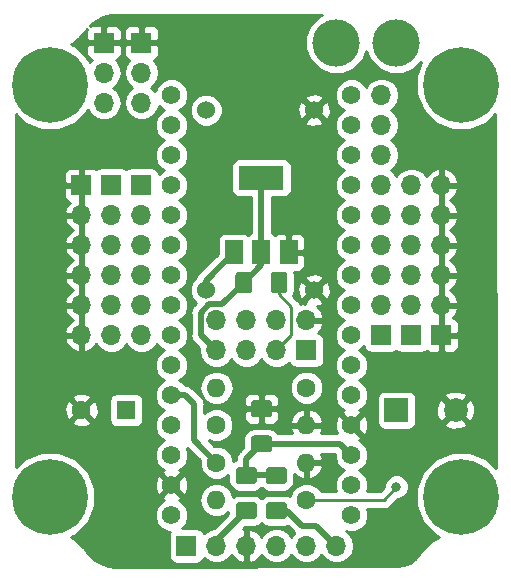
<source format=gbl>
G04 #@! TF.GenerationSoftware,KiCad,Pcbnew,(5.0.0)*
G04 #@! TF.CreationDate,2020-01-07T10:02:11+01:00*
G04 #@! TF.ProjectId,Pacifistabot-ESP-01s,506163696669737461626F742D455350,rev?*
G04 #@! TF.SameCoordinates,Original*
G04 #@! TF.FileFunction,Copper,L2,Bot,Signal*
G04 #@! TF.FilePolarity,Positive*
%FSLAX46Y46*%
G04 Gerber Fmt 4.6, Leading zero omitted, Abs format (unit mm)*
G04 Created by KiCad (PCBNEW (5.0.0)) date 01/07/20 10:02:11*
%MOMM*%
%LPD*%
G01*
G04 APERTURE LIST*
G04 #@! TA.AperFunction,ComponentPad*
%ADD10C,0.600000*%
G04 #@! TD*
G04 #@! TA.AperFunction,ComponentPad*
%ADD11C,6.400000*%
G04 #@! TD*
G04 #@! TA.AperFunction,ComponentPad*
%ADD12O,1.700000X1.700000*%
G04 #@! TD*
G04 #@! TA.AperFunction,ComponentPad*
%ADD13R,1.700000X1.700000*%
G04 #@! TD*
G04 #@! TA.AperFunction,ComponentPad*
%ADD14C,1.574800*%
G04 #@! TD*
G04 #@! TA.AperFunction,ComponentPad*
%ADD15R,1.600000X1.600000*%
G04 #@! TD*
G04 #@! TA.AperFunction,ComponentPad*
%ADD16C,1.600000*%
G04 #@! TD*
G04 #@! TA.AperFunction,ComponentPad*
%ADD17R,2.000000X2.000000*%
G04 #@! TD*
G04 #@! TA.AperFunction,ComponentPad*
%ADD18C,2.000000*%
G04 #@! TD*
G04 #@! TA.AperFunction,ComponentPad*
%ADD19C,4.000500*%
G04 #@! TD*
G04 #@! TA.AperFunction,ComponentPad*
%ADD20O,1.600000X1.600000*%
G04 #@! TD*
G04 #@! TA.AperFunction,ComponentPad*
%ADD21C,1.524000*%
G04 #@! TD*
G04 #@! TA.AperFunction,SMDPad,CuDef*
%ADD22R,3.800000X2.000000*%
G04 #@! TD*
G04 #@! TA.AperFunction,SMDPad,CuDef*
%ADD23R,1.500000X2.000000*%
G04 #@! TD*
G04 #@! TA.AperFunction,Conductor*
%ADD24C,0.100000*%
G04 #@! TD*
G04 #@! TA.AperFunction,SMDPad,CuDef*
%ADD25C,1.425000*%
G04 #@! TD*
G04 #@! TA.AperFunction,ViaPad*
%ADD26C,0.800000*%
G04 #@! TD*
G04 #@! TA.AperFunction,Conductor*
%ADD27C,0.508000*%
G04 #@! TD*
G04 #@! TA.AperFunction,Conductor*
%ADD28C,0.254000*%
G04 #@! TD*
G04 APERTURE END LIST*
D10*
G04 #@! TO.P,,*
G04 #@! TO.N,*
X104948056Y-135208944D03*
X103251000Y-134506000D03*
X101553944Y-135208944D03*
X100851000Y-136906000D03*
X101553944Y-138603056D03*
X103251000Y-139306000D03*
X104948056Y-138603056D03*
X105651000Y-136906000D03*
D11*
G04 #@! TO.P,,1*
G04 #@! TO.N,N/C*
X103251000Y-136906000D03*
G04 #@! TD*
G04 #@! TO.P,,1*
G04 #@! TO.N,N/C*
X68453000Y-136906000D03*
D10*
G04 #@! TO.P,,*
G04 #@! TO.N,*
X70853000Y-136906000D03*
X70150056Y-138603056D03*
X68453000Y-139306000D03*
X66755944Y-138603056D03*
X66053000Y-136906000D03*
X66755944Y-135208944D03*
X68453000Y-134506000D03*
X70150056Y-135208944D03*
G04 #@! TD*
G04 #@! TO.P,,*
G04 #@! TO.N,*
X70150056Y-100283944D03*
X68453000Y-99581000D03*
X66755944Y-100283944D03*
X66053000Y-101981000D03*
X66755944Y-103678056D03*
X68453000Y-104381000D03*
X70150056Y-103678056D03*
X70853000Y-101981000D03*
D11*
G04 #@! TO.P,,1*
G04 #@! TO.N,N/C*
X68453000Y-101981000D03*
G04 #@! TD*
G04 #@! TO.P,,1*
G04 #@! TO.N,N/C*
X103251000Y-101981000D03*
D10*
G04 #@! TO.P,,*
G04 #@! TO.N,*
X105651000Y-101981000D03*
X104948056Y-103678056D03*
X103251000Y-104381000D03*
X101553944Y-103678056D03*
X100851000Y-101981000D03*
X101553944Y-100283944D03*
X103251000Y-99581000D03*
X104948056Y-100283944D03*
G04 #@! TD*
D12*
G04 #@! TO.P,U3,8*
G04 #@! TO.N,TX*
X82550000Y-121920000D03*
G04 #@! TO.P,U3,7*
G04 #@! TO.N,+3V3*
X82550000Y-124460000D03*
G04 #@! TO.P,U3,6*
G04 #@! TO.N,N/C*
X85090000Y-121920000D03*
G04 #@! TO.P,U3,5*
X85090000Y-124460000D03*
G04 #@! TO.P,U3,4*
X87630000Y-121920000D03*
G04 #@! TO.P,U3,3*
G04 #@! TO.N,Net-(R1-Pad1)*
X87630000Y-124460000D03*
G04 #@! TO.P,U3,2*
G04 #@! TO.N,GND*
X90170000Y-121920000D03*
D13*
G04 #@! TO.P,U3,1*
G04 #@! TO.N,RX*
X90170000Y-124460000D03*
G04 #@! TD*
D14*
G04 #@! TO.P,A1,15*
G04 #@! TO.N,Net-(A1-Pad15)*
X93980000Y-102870000D03*
G04 #@! TO.P,A1,16*
G04 #@! TO.N,N/C*
X78740000Y-102870000D03*
G04 #@! TO.P,A1,14*
G04 #@! TO.N,Net-(A1-Pad14)*
X93980000Y-105410000D03*
G04 #@! TO.P,A1,17*
G04 #@! TO.N,N/C*
X78740000Y-105410000D03*
G04 #@! TO.P,A1,13*
G04 #@! TO.N,Net-(A1-Pad13)*
X93980000Y-107950000D03*
G04 #@! TO.P,A1,18*
G04 #@! TO.N,N/C*
X78740000Y-107950000D03*
G04 #@! TO.P,A1,12*
G04 #@! TO.N,Net-(A1-Pad12)*
X93980000Y-110490000D03*
G04 #@! TO.P,A1,19*
G04 #@! TO.N,Net-(A1-Pad19)*
X78740000Y-110490000D03*
G04 #@! TO.P,A1,11*
G04 #@! TO.N,Net-(A1-Pad11)*
X93980000Y-113030000D03*
G04 #@! TO.P,A1,20*
G04 #@! TO.N,Net-(A1-Pad20)*
X78740000Y-113030000D03*
G04 #@! TO.P,A1,10*
G04 #@! TO.N,Net-(A1-Pad10)*
X93980000Y-115570000D03*
G04 #@! TO.P,A1,21*
G04 #@! TO.N,Net-(A1-Pad21)*
X78740000Y-115570000D03*
G04 #@! TO.P,A1,9*
G04 #@! TO.N,Net-(A1-Pad9)*
X93980000Y-118110000D03*
G04 #@! TO.P,A1,22*
G04 #@! TO.N,Net-(A1-Pad22)*
X78740000Y-118110000D03*
G04 #@! TO.P,A1,8*
G04 #@! TO.N,Net-(A1-Pad8)*
X93980000Y-120650000D03*
G04 #@! TO.P,A1,23*
G04 #@! TO.N,Net-(A1-Pad23)*
X78740000Y-120650000D03*
G04 #@! TO.P,A1,7*
G04 #@! TO.N,Net-(A1-Pad7)*
X93980000Y-123190000D03*
G04 #@! TO.P,A1,24*
G04 #@! TO.N,Net-(A1-Pad24)*
X78740000Y-123190000D03*
G04 #@! TO.P,A1,6*
G04 #@! TO.N,N/C*
X93980000Y-125730000D03*
G04 #@! TO.P,A1,25*
X78740000Y-125730000D03*
G04 #@! TO.P,A1,5*
X93980000Y-128270000D03*
G04 #@! TO.P,A1,26*
G04 #@! TO.N,Net-(A1-Pad26)*
X78740000Y-128270000D03*
G04 #@! TO.P,A1,4*
G04 #@! TO.N,GND*
X93980000Y-130810000D03*
G04 #@! TO.P,A1,27*
G04 #@! TO.N,5V*
X78740000Y-130810000D03*
G04 #@! TO.P,A1,3*
G04 #@! TO.N,RST*
X93980000Y-133350000D03*
G04 #@! TO.P,A1,28*
G04 #@! TO.N,N/C*
X78740000Y-133350000D03*
G04 #@! TO.P,A1,2*
G04 #@! TO.N,Net-(A1-Pad2)*
X93980000Y-135890000D03*
G04 #@! TO.P,A1,29*
G04 #@! TO.N,GND*
X78740000Y-135890000D03*
G04 #@! TO.P,A1,1*
G04 #@! TO.N,RX*
X93980000Y-138430000D03*
G04 #@! TO.P,A1,30*
G04 #@! TO.N,N/C*
X78740000Y-138430000D03*
G04 #@! TD*
D15*
G04 #@! TO.P,C1,1*
G04 #@! TO.N,5V*
X74920000Y-129540000D03*
D16*
G04 #@! TO.P,C1,2*
G04 #@! TO.N,GND*
X71120000Y-129540000D03*
G04 #@! TD*
D17*
G04 #@! TO.P,C2,1*
G04 #@! TO.N,/Alimentaci\00F3n*
X97790000Y-129540000D03*
D18*
G04 #@! TO.P,C2,2*
G04 #@! TO.N,GND*
X102790000Y-129540000D03*
G04 #@! TD*
D19*
G04 #@! TO.P,J1,1*
G04 #@! TO.N,+BATT*
X92710000Y-98425000D03*
G04 #@! TD*
G04 #@! TO.P,J2,1*
G04 #@! TO.N,/Alimentaci\00F3n*
X97790000Y-98425000D03*
G04 #@! TD*
D12*
G04 #@! TO.P,J5,6*
G04 #@! TO.N,/Alimentaci\00F3n*
X73660000Y-123190000D03*
G04 #@! TO.P,J5,5*
X73660000Y-120650000D03*
G04 #@! TO.P,J5,4*
X73660000Y-118110000D03*
G04 #@! TO.P,J5,3*
X73660000Y-115570000D03*
G04 #@! TO.P,J5,2*
X73660000Y-113030000D03*
D13*
G04 #@! TO.P,J5,1*
X73660000Y-110490000D03*
G04 #@! TD*
G04 #@! TO.P,J6,1*
G04 #@! TO.N,/Alimentaci\00F3n*
X99060000Y-123190000D03*
D12*
G04 #@! TO.P,J6,2*
X99060000Y-120650000D03*
G04 #@! TO.P,J6,3*
X99060000Y-118110000D03*
G04 #@! TO.P,J6,4*
X99060000Y-115570000D03*
G04 #@! TO.P,J6,5*
X99060000Y-113030000D03*
G04 #@! TO.P,J6,6*
X99060000Y-110490000D03*
G04 #@! TD*
G04 #@! TO.P,J7,6*
G04 #@! TO.N,GND*
X101600000Y-110490000D03*
G04 #@! TO.P,J7,5*
X101600000Y-113030000D03*
G04 #@! TO.P,J7,4*
X101600000Y-115570000D03*
G04 #@! TO.P,J7,3*
X101600000Y-118110000D03*
G04 #@! TO.P,J7,2*
X101600000Y-120650000D03*
D13*
G04 #@! TO.P,J7,1*
X101600000Y-123190000D03*
G04 #@! TD*
G04 #@! TO.P,J8,1*
G04 #@! TO.N,GND*
X71120000Y-110490000D03*
D12*
G04 #@! TO.P,J8,2*
X71120000Y-113030000D03*
G04 #@! TO.P,J8,3*
X71120000Y-115570000D03*
G04 #@! TO.P,J8,4*
X71120000Y-118110000D03*
G04 #@! TO.P,J8,5*
X71120000Y-120650000D03*
G04 #@! TO.P,J8,6*
X71120000Y-123190000D03*
G04 #@! TD*
G04 #@! TO.P,J10,3*
G04 #@! TO.N,N/C*
X73025000Y-103505000D03*
G04 #@! TO.P,J10,2*
G04 #@! TO.N,+BATT*
X73025000Y-100965000D03*
D13*
G04 #@! TO.P,J10,1*
G04 #@! TO.N,GND*
X73025000Y-98425000D03*
G04 #@! TD*
D16*
G04 #@! TO.P,R2,1*
G04 #@! TO.N,Net-(A1-Pad2)*
X90170000Y-127635000D03*
D20*
G04 #@! TO.P,R2,2*
G04 #@! TO.N,TX*
X82550000Y-127635000D03*
G04 #@! TD*
D16*
G04 #@! TO.P,R3,1*
G04 #@! TO.N,TX*
X82550000Y-130810000D03*
D20*
G04 #@! TO.P,R3,2*
G04 #@! TO.N,GND*
X90170000Y-130810000D03*
G04 #@! TD*
G04 #@! TO.P,R4,2*
G04 #@! TO.N,Net-(A1-Pad26)*
X82550000Y-137160000D03*
D16*
G04 #@! TO.P,R4,1*
G04 #@! TO.N,/Alimentaci\00F3n*
X90170000Y-137160000D03*
G04 #@! TD*
G04 #@! TO.P,R5,1*
G04 #@! TO.N,Net-(A1-Pad26)*
X82550000Y-133985000D03*
D20*
G04 #@! TO.P,R5,2*
G04 #@! TO.N,GND*
X90170000Y-133985000D03*
G04 #@! TD*
D21*
G04 #@! TO.P,U1,4*
G04 #@! TO.N,GND*
X90805000Y-119380000D03*
G04 #@! TO.P,U1,3*
G04 #@! TO.N,5V*
X81665000Y-119380000D03*
G04 #@! TO.P,U1,2*
G04 #@! TO.N,GND*
X90809000Y-104140000D03*
G04 #@! TO.P,U1,1*
G04 #@! TO.N,/Alimentaci\00F3n*
X81665000Y-104140000D03*
G04 #@! TD*
D22*
G04 #@! TO.P,U2,2*
G04 #@! TO.N,+3V3*
X86360000Y-109880000D03*
D23*
X86360000Y-116180000D03*
G04 #@! TO.P,U2,3*
G04 #@! TO.N,5V*
X84060000Y-116180000D03*
G04 #@! TO.P,U2,1*
G04 #@! TO.N,GND*
X88660000Y-116180000D03*
G04 #@! TD*
D24*
G04 #@! TO.N,Net-(R1-Pad1)*
G04 #@! TO.C,R1*
G36*
X88334504Y-117871204D02*
X88358773Y-117874804D01*
X88382571Y-117880765D01*
X88405671Y-117889030D01*
X88427849Y-117899520D01*
X88448893Y-117912133D01*
X88468598Y-117926747D01*
X88486777Y-117943223D01*
X88503253Y-117961402D01*
X88517867Y-117981107D01*
X88530480Y-118002151D01*
X88540970Y-118024329D01*
X88549235Y-118047429D01*
X88555196Y-118071227D01*
X88558796Y-118095496D01*
X88560000Y-118120000D01*
X88560000Y-119370000D01*
X88558796Y-119394504D01*
X88555196Y-119418773D01*
X88549235Y-119442571D01*
X88540970Y-119465671D01*
X88530480Y-119487849D01*
X88517867Y-119508893D01*
X88503253Y-119528598D01*
X88486777Y-119546777D01*
X88468598Y-119563253D01*
X88448893Y-119577867D01*
X88427849Y-119590480D01*
X88405671Y-119600970D01*
X88382571Y-119609235D01*
X88358773Y-119615196D01*
X88334504Y-119618796D01*
X88310000Y-119620000D01*
X87385000Y-119620000D01*
X87360496Y-119618796D01*
X87336227Y-119615196D01*
X87312429Y-119609235D01*
X87289329Y-119600970D01*
X87267151Y-119590480D01*
X87246107Y-119577867D01*
X87226402Y-119563253D01*
X87208223Y-119546777D01*
X87191747Y-119528598D01*
X87177133Y-119508893D01*
X87164520Y-119487849D01*
X87154030Y-119465671D01*
X87145765Y-119442571D01*
X87139804Y-119418773D01*
X87136204Y-119394504D01*
X87135000Y-119370000D01*
X87135000Y-118120000D01*
X87136204Y-118095496D01*
X87139804Y-118071227D01*
X87145765Y-118047429D01*
X87154030Y-118024329D01*
X87164520Y-118002151D01*
X87177133Y-117981107D01*
X87191747Y-117961402D01*
X87208223Y-117943223D01*
X87226402Y-117926747D01*
X87246107Y-117912133D01*
X87267151Y-117899520D01*
X87289329Y-117889030D01*
X87312429Y-117880765D01*
X87336227Y-117874804D01*
X87360496Y-117871204D01*
X87385000Y-117870000D01*
X88310000Y-117870000D01*
X88334504Y-117871204D01*
X88334504Y-117871204D01*
G37*
D25*
G04 #@! TD*
G04 #@! TO.P,R1,1*
G04 #@! TO.N,Net-(R1-Pad1)*
X87847500Y-118745000D03*
D24*
G04 #@! TO.N,+3V3*
G04 #@! TO.C,R1*
G36*
X85359504Y-117871204D02*
X85383773Y-117874804D01*
X85407571Y-117880765D01*
X85430671Y-117889030D01*
X85452849Y-117899520D01*
X85473893Y-117912133D01*
X85493598Y-117926747D01*
X85511777Y-117943223D01*
X85528253Y-117961402D01*
X85542867Y-117981107D01*
X85555480Y-118002151D01*
X85565970Y-118024329D01*
X85574235Y-118047429D01*
X85580196Y-118071227D01*
X85583796Y-118095496D01*
X85585000Y-118120000D01*
X85585000Y-119370000D01*
X85583796Y-119394504D01*
X85580196Y-119418773D01*
X85574235Y-119442571D01*
X85565970Y-119465671D01*
X85555480Y-119487849D01*
X85542867Y-119508893D01*
X85528253Y-119528598D01*
X85511777Y-119546777D01*
X85493598Y-119563253D01*
X85473893Y-119577867D01*
X85452849Y-119590480D01*
X85430671Y-119600970D01*
X85407571Y-119609235D01*
X85383773Y-119615196D01*
X85359504Y-119618796D01*
X85335000Y-119620000D01*
X84410000Y-119620000D01*
X84385496Y-119618796D01*
X84361227Y-119615196D01*
X84337429Y-119609235D01*
X84314329Y-119600970D01*
X84292151Y-119590480D01*
X84271107Y-119577867D01*
X84251402Y-119563253D01*
X84233223Y-119546777D01*
X84216747Y-119528598D01*
X84202133Y-119508893D01*
X84189520Y-119487849D01*
X84179030Y-119465671D01*
X84170765Y-119442571D01*
X84164804Y-119418773D01*
X84161204Y-119394504D01*
X84160000Y-119370000D01*
X84160000Y-118120000D01*
X84161204Y-118095496D01*
X84164804Y-118071227D01*
X84170765Y-118047429D01*
X84179030Y-118024329D01*
X84189520Y-118002151D01*
X84202133Y-117981107D01*
X84216747Y-117961402D01*
X84233223Y-117943223D01*
X84251402Y-117926747D01*
X84271107Y-117912133D01*
X84292151Y-117899520D01*
X84314329Y-117889030D01*
X84337429Y-117880765D01*
X84361227Y-117874804D01*
X84385496Y-117871204D01*
X84410000Y-117870000D01*
X85335000Y-117870000D01*
X85359504Y-117871204D01*
X85359504Y-117871204D01*
G37*
D25*
G04 #@! TD*
G04 #@! TO.P,R1,2*
G04 #@! TO.N,+3V3*
X84872500Y-118745000D03*
D13*
G04 #@! TO.P,J4,1*
G04 #@! TO.N,Net-(A1-Pad19)*
X76200000Y-110490000D03*
D12*
G04 #@! TO.P,J4,2*
G04 #@! TO.N,Net-(A1-Pad20)*
X76200000Y-113030000D03*
G04 #@! TO.P,J4,3*
G04 #@! TO.N,Net-(A1-Pad21)*
X76200000Y-115570000D03*
G04 #@! TO.P,J4,4*
G04 #@! TO.N,Net-(A1-Pad22)*
X76200000Y-118110000D03*
G04 #@! TO.P,J4,5*
G04 #@! TO.N,Net-(A1-Pad23)*
X76200000Y-120650000D03*
G04 #@! TO.P,J4,6*
G04 #@! TO.N,Net-(A1-Pad24)*
X76200000Y-123190000D03*
G04 #@! TD*
G04 #@! TO.P,J11,3*
G04 #@! TO.N,N/C*
X76200000Y-103505000D03*
G04 #@! TO.P,J11,2*
G04 #@! TO.N,+BATT*
X76200000Y-100965000D03*
D13*
G04 #@! TO.P,J11,1*
G04 #@! TO.N,GND*
X76200000Y-98425000D03*
G04 #@! TD*
G04 #@! TO.P,J3,1*
G04 #@! TO.N,Net-(A1-Pad7)*
X96520000Y-123190000D03*
D12*
G04 #@! TO.P,J3,2*
G04 #@! TO.N,Net-(A1-Pad8)*
X96520000Y-120650000D03*
G04 #@! TO.P,J3,3*
G04 #@! TO.N,Net-(A1-Pad9)*
X96520000Y-118110000D03*
G04 #@! TO.P,J3,4*
G04 #@! TO.N,Net-(A1-Pad10)*
X96520000Y-115570000D03*
G04 #@! TO.P,J3,5*
G04 #@! TO.N,Net-(A1-Pad11)*
X96520000Y-113030000D03*
G04 #@! TO.P,J3,6*
G04 #@! TO.N,Net-(A1-Pad12)*
X96520000Y-110490000D03*
G04 #@! TO.P,J3,7*
G04 #@! TO.N,Net-(A1-Pad13)*
X96520000Y-107950000D03*
G04 #@! TO.P,J3,8*
G04 #@! TO.N,Net-(A1-Pad14)*
X96520000Y-105410000D03*
G04 #@! TO.P,J3,9*
G04 #@! TO.N,Net-(A1-Pad15)*
X96520000Y-102870000D03*
G04 #@! TD*
D13*
G04 #@! TO.P,J9,1*
G04 #@! TO.N,N/C*
X80010000Y-141033500D03*
D12*
G04 #@! TO.P,J9,2*
G04 #@! TO.N,5V*
X82550000Y-141033500D03*
G04 #@! TO.P,J9,3*
G04 #@! TO.N,GND*
X85090000Y-141033500D03*
G04 #@! TO.P,J9,4*
G04 #@! TO.N,TX*
X87630000Y-141033500D03*
G04 #@! TO.P,J9,5*
G04 #@! TO.N,RX*
X90170000Y-141033500D03*
G04 #@! TO.P,J9,6*
G04 #@! TO.N,Net-(C3-Pad1)*
X92710000Y-141033500D03*
G04 #@! TD*
D24*
G04 #@! TO.N,GND*
G04 #@! TO.C,R6*
G36*
X87009504Y-128711204D02*
X87033773Y-128714804D01*
X87057571Y-128720765D01*
X87080671Y-128729030D01*
X87102849Y-128739520D01*
X87123893Y-128752133D01*
X87143598Y-128766747D01*
X87161777Y-128783223D01*
X87178253Y-128801402D01*
X87192867Y-128821107D01*
X87205480Y-128842151D01*
X87215970Y-128864329D01*
X87224235Y-128887429D01*
X87230196Y-128911227D01*
X87233796Y-128935496D01*
X87235000Y-128960000D01*
X87235000Y-129885000D01*
X87233796Y-129909504D01*
X87230196Y-129933773D01*
X87224235Y-129957571D01*
X87215970Y-129980671D01*
X87205480Y-130002849D01*
X87192867Y-130023893D01*
X87178253Y-130043598D01*
X87161777Y-130061777D01*
X87143598Y-130078253D01*
X87123893Y-130092867D01*
X87102849Y-130105480D01*
X87080671Y-130115970D01*
X87057571Y-130124235D01*
X87033773Y-130130196D01*
X87009504Y-130133796D01*
X86985000Y-130135000D01*
X85735000Y-130135000D01*
X85710496Y-130133796D01*
X85686227Y-130130196D01*
X85662429Y-130124235D01*
X85639329Y-130115970D01*
X85617151Y-130105480D01*
X85596107Y-130092867D01*
X85576402Y-130078253D01*
X85558223Y-130061777D01*
X85541747Y-130043598D01*
X85527133Y-130023893D01*
X85514520Y-130002849D01*
X85504030Y-129980671D01*
X85495765Y-129957571D01*
X85489804Y-129933773D01*
X85486204Y-129909504D01*
X85485000Y-129885000D01*
X85485000Y-128960000D01*
X85486204Y-128935496D01*
X85489804Y-128911227D01*
X85495765Y-128887429D01*
X85504030Y-128864329D01*
X85514520Y-128842151D01*
X85527133Y-128821107D01*
X85541747Y-128801402D01*
X85558223Y-128783223D01*
X85576402Y-128766747D01*
X85596107Y-128752133D01*
X85617151Y-128739520D01*
X85639329Y-128729030D01*
X85662429Y-128720765D01*
X85686227Y-128714804D01*
X85710496Y-128711204D01*
X85735000Y-128710000D01*
X86985000Y-128710000D01*
X87009504Y-128711204D01*
X87009504Y-128711204D01*
G37*
D25*
G04 #@! TD*
G04 #@! TO.P,R6,2*
G04 #@! TO.N,GND*
X86360000Y-129422500D03*
D24*
G04 #@! TO.N,RST*
G04 #@! TO.C,R6*
G36*
X87009504Y-131686204D02*
X87033773Y-131689804D01*
X87057571Y-131695765D01*
X87080671Y-131704030D01*
X87102849Y-131714520D01*
X87123893Y-131727133D01*
X87143598Y-131741747D01*
X87161777Y-131758223D01*
X87178253Y-131776402D01*
X87192867Y-131796107D01*
X87205480Y-131817151D01*
X87215970Y-131839329D01*
X87224235Y-131862429D01*
X87230196Y-131886227D01*
X87233796Y-131910496D01*
X87235000Y-131935000D01*
X87235000Y-132860000D01*
X87233796Y-132884504D01*
X87230196Y-132908773D01*
X87224235Y-132932571D01*
X87215970Y-132955671D01*
X87205480Y-132977849D01*
X87192867Y-132998893D01*
X87178253Y-133018598D01*
X87161777Y-133036777D01*
X87143598Y-133053253D01*
X87123893Y-133067867D01*
X87102849Y-133080480D01*
X87080671Y-133090970D01*
X87057571Y-133099235D01*
X87033773Y-133105196D01*
X87009504Y-133108796D01*
X86985000Y-133110000D01*
X85735000Y-133110000D01*
X85710496Y-133108796D01*
X85686227Y-133105196D01*
X85662429Y-133099235D01*
X85639329Y-133090970D01*
X85617151Y-133080480D01*
X85596107Y-133067867D01*
X85576402Y-133053253D01*
X85558223Y-133036777D01*
X85541747Y-133018598D01*
X85527133Y-132998893D01*
X85514520Y-132977849D01*
X85504030Y-132955671D01*
X85495765Y-132932571D01*
X85489804Y-132908773D01*
X85486204Y-132884504D01*
X85485000Y-132860000D01*
X85485000Y-131935000D01*
X85486204Y-131910496D01*
X85489804Y-131886227D01*
X85495765Y-131862429D01*
X85504030Y-131839329D01*
X85514520Y-131817151D01*
X85527133Y-131796107D01*
X85541747Y-131776402D01*
X85558223Y-131758223D01*
X85576402Y-131741747D01*
X85596107Y-131727133D01*
X85617151Y-131714520D01*
X85639329Y-131704030D01*
X85662429Y-131695765D01*
X85686227Y-131689804D01*
X85710496Y-131686204D01*
X85735000Y-131685000D01*
X86985000Y-131685000D01*
X87009504Y-131686204D01*
X87009504Y-131686204D01*
G37*
D25*
G04 #@! TD*
G04 #@! TO.P,R6,1*
G04 #@! TO.N,RST*
X86360000Y-132397500D03*
D24*
G04 #@! TO.N,RST*
G04 #@! TO.C,R7*
G36*
X85739504Y-134362704D02*
X85763773Y-134366304D01*
X85787571Y-134372265D01*
X85810671Y-134380530D01*
X85832849Y-134391020D01*
X85853893Y-134403633D01*
X85873598Y-134418247D01*
X85891777Y-134434723D01*
X85908253Y-134452902D01*
X85922867Y-134472607D01*
X85935480Y-134493651D01*
X85945970Y-134515829D01*
X85954235Y-134538929D01*
X85960196Y-134562727D01*
X85963796Y-134586996D01*
X85965000Y-134611500D01*
X85965000Y-135536500D01*
X85963796Y-135561004D01*
X85960196Y-135585273D01*
X85954235Y-135609071D01*
X85945970Y-135632171D01*
X85935480Y-135654349D01*
X85922867Y-135675393D01*
X85908253Y-135695098D01*
X85891777Y-135713277D01*
X85873598Y-135729753D01*
X85853893Y-135744367D01*
X85832849Y-135756980D01*
X85810671Y-135767470D01*
X85787571Y-135775735D01*
X85763773Y-135781696D01*
X85739504Y-135785296D01*
X85715000Y-135786500D01*
X84465000Y-135786500D01*
X84440496Y-135785296D01*
X84416227Y-135781696D01*
X84392429Y-135775735D01*
X84369329Y-135767470D01*
X84347151Y-135756980D01*
X84326107Y-135744367D01*
X84306402Y-135729753D01*
X84288223Y-135713277D01*
X84271747Y-135695098D01*
X84257133Y-135675393D01*
X84244520Y-135654349D01*
X84234030Y-135632171D01*
X84225765Y-135609071D01*
X84219804Y-135585273D01*
X84216204Y-135561004D01*
X84215000Y-135536500D01*
X84215000Y-134611500D01*
X84216204Y-134586996D01*
X84219804Y-134562727D01*
X84225765Y-134538929D01*
X84234030Y-134515829D01*
X84244520Y-134493651D01*
X84257133Y-134472607D01*
X84271747Y-134452902D01*
X84288223Y-134434723D01*
X84306402Y-134418247D01*
X84326107Y-134403633D01*
X84347151Y-134391020D01*
X84369329Y-134380530D01*
X84392429Y-134372265D01*
X84416227Y-134366304D01*
X84440496Y-134362704D01*
X84465000Y-134361500D01*
X85715000Y-134361500D01*
X85739504Y-134362704D01*
X85739504Y-134362704D01*
G37*
D25*
G04 #@! TD*
G04 #@! TO.P,R7,1*
G04 #@! TO.N,RST*
X85090000Y-135074000D03*
D24*
G04 #@! TO.N,5V*
G04 #@! TO.C,R7*
G36*
X85739504Y-137337704D02*
X85763773Y-137341304D01*
X85787571Y-137347265D01*
X85810671Y-137355530D01*
X85832849Y-137366020D01*
X85853893Y-137378633D01*
X85873598Y-137393247D01*
X85891777Y-137409723D01*
X85908253Y-137427902D01*
X85922867Y-137447607D01*
X85935480Y-137468651D01*
X85945970Y-137490829D01*
X85954235Y-137513929D01*
X85960196Y-137537727D01*
X85963796Y-137561996D01*
X85965000Y-137586500D01*
X85965000Y-138511500D01*
X85963796Y-138536004D01*
X85960196Y-138560273D01*
X85954235Y-138584071D01*
X85945970Y-138607171D01*
X85935480Y-138629349D01*
X85922867Y-138650393D01*
X85908253Y-138670098D01*
X85891777Y-138688277D01*
X85873598Y-138704753D01*
X85853893Y-138719367D01*
X85832849Y-138731980D01*
X85810671Y-138742470D01*
X85787571Y-138750735D01*
X85763773Y-138756696D01*
X85739504Y-138760296D01*
X85715000Y-138761500D01*
X84465000Y-138761500D01*
X84440496Y-138760296D01*
X84416227Y-138756696D01*
X84392429Y-138750735D01*
X84369329Y-138742470D01*
X84347151Y-138731980D01*
X84326107Y-138719367D01*
X84306402Y-138704753D01*
X84288223Y-138688277D01*
X84271747Y-138670098D01*
X84257133Y-138650393D01*
X84244520Y-138629349D01*
X84234030Y-138607171D01*
X84225765Y-138584071D01*
X84219804Y-138560273D01*
X84216204Y-138536004D01*
X84215000Y-138511500D01*
X84215000Y-137586500D01*
X84216204Y-137561996D01*
X84219804Y-137537727D01*
X84225765Y-137513929D01*
X84234030Y-137490829D01*
X84244520Y-137468651D01*
X84257133Y-137447607D01*
X84271747Y-137427902D01*
X84288223Y-137409723D01*
X84306402Y-137393247D01*
X84326107Y-137378633D01*
X84347151Y-137366020D01*
X84369329Y-137355530D01*
X84392429Y-137347265D01*
X84416227Y-137341304D01*
X84440496Y-137337704D01*
X84465000Y-137336500D01*
X85715000Y-137336500D01*
X85739504Y-137337704D01*
X85739504Y-137337704D01*
G37*
D25*
G04 #@! TD*
G04 #@! TO.P,R7,2*
G04 #@! TO.N,5V*
X85090000Y-138049000D03*
D24*
G04 #@! TO.N,Net-(C3-Pad1)*
G04 #@! TO.C,C3*
G36*
X88279504Y-137337704D02*
X88303773Y-137341304D01*
X88327571Y-137347265D01*
X88350671Y-137355530D01*
X88372849Y-137366020D01*
X88393893Y-137378633D01*
X88413598Y-137393247D01*
X88431777Y-137409723D01*
X88448253Y-137427902D01*
X88462867Y-137447607D01*
X88475480Y-137468651D01*
X88485970Y-137490829D01*
X88494235Y-137513929D01*
X88500196Y-137537727D01*
X88503796Y-137561996D01*
X88505000Y-137586500D01*
X88505000Y-138511500D01*
X88503796Y-138536004D01*
X88500196Y-138560273D01*
X88494235Y-138584071D01*
X88485970Y-138607171D01*
X88475480Y-138629349D01*
X88462867Y-138650393D01*
X88448253Y-138670098D01*
X88431777Y-138688277D01*
X88413598Y-138704753D01*
X88393893Y-138719367D01*
X88372849Y-138731980D01*
X88350671Y-138742470D01*
X88327571Y-138750735D01*
X88303773Y-138756696D01*
X88279504Y-138760296D01*
X88255000Y-138761500D01*
X87005000Y-138761500D01*
X86980496Y-138760296D01*
X86956227Y-138756696D01*
X86932429Y-138750735D01*
X86909329Y-138742470D01*
X86887151Y-138731980D01*
X86866107Y-138719367D01*
X86846402Y-138704753D01*
X86828223Y-138688277D01*
X86811747Y-138670098D01*
X86797133Y-138650393D01*
X86784520Y-138629349D01*
X86774030Y-138607171D01*
X86765765Y-138584071D01*
X86759804Y-138560273D01*
X86756204Y-138536004D01*
X86755000Y-138511500D01*
X86755000Y-137586500D01*
X86756204Y-137561996D01*
X86759804Y-137537727D01*
X86765765Y-137513929D01*
X86774030Y-137490829D01*
X86784520Y-137468651D01*
X86797133Y-137447607D01*
X86811747Y-137427902D01*
X86828223Y-137409723D01*
X86846402Y-137393247D01*
X86866107Y-137378633D01*
X86887151Y-137366020D01*
X86909329Y-137355530D01*
X86932429Y-137347265D01*
X86956227Y-137341304D01*
X86980496Y-137337704D01*
X87005000Y-137336500D01*
X88255000Y-137336500D01*
X88279504Y-137337704D01*
X88279504Y-137337704D01*
G37*
D25*
G04 #@! TD*
G04 #@! TO.P,C3,1*
G04 #@! TO.N,Net-(C3-Pad1)*
X87630000Y-138049000D03*
D24*
G04 #@! TO.N,RST*
G04 #@! TO.C,C3*
G36*
X88279504Y-134362704D02*
X88303773Y-134366304D01*
X88327571Y-134372265D01*
X88350671Y-134380530D01*
X88372849Y-134391020D01*
X88393893Y-134403633D01*
X88413598Y-134418247D01*
X88431777Y-134434723D01*
X88448253Y-134452902D01*
X88462867Y-134472607D01*
X88475480Y-134493651D01*
X88485970Y-134515829D01*
X88494235Y-134538929D01*
X88500196Y-134562727D01*
X88503796Y-134586996D01*
X88505000Y-134611500D01*
X88505000Y-135536500D01*
X88503796Y-135561004D01*
X88500196Y-135585273D01*
X88494235Y-135609071D01*
X88485970Y-135632171D01*
X88475480Y-135654349D01*
X88462867Y-135675393D01*
X88448253Y-135695098D01*
X88431777Y-135713277D01*
X88413598Y-135729753D01*
X88393893Y-135744367D01*
X88372849Y-135756980D01*
X88350671Y-135767470D01*
X88327571Y-135775735D01*
X88303773Y-135781696D01*
X88279504Y-135785296D01*
X88255000Y-135786500D01*
X87005000Y-135786500D01*
X86980496Y-135785296D01*
X86956227Y-135781696D01*
X86932429Y-135775735D01*
X86909329Y-135767470D01*
X86887151Y-135756980D01*
X86866107Y-135744367D01*
X86846402Y-135729753D01*
X86828223Y-135713277D01*
X86811747Y-135695098D01*
X86797133Y-135675393D01*
X86784520Y-135654349D01*
X86774030Y-135632171D01*
X86765765Y-135609071D01*
X86759804Y-135585273D01*
X86756204Y-135561004D01*
X86755000Y-135536500D01*
X86755000Y-134611500D01*
X86756204Y-134586996D01*
X86759804Y-134562727D01*
X86765765Y-134538929D01*
X86774030Y-134515829D01*
X86784520Y-134493651D01*
X86797133Y-134472607D01*
X86811747Y-134452902D01*
X86828223Y-134434723D01*
X86846402Y-134418247D01*
X86866107Y-134403633D01*
X86887151Y-134391020D01*
X86909329Y-134380530D01*
X86932429Y-134372265D01*
X86956227Y-134366304D01*
X86980496Y-134362704D01*
X87005000Y-134361500D01*
X88255000Y-134361500D01*
X88279504Y-134362704D01*
X88279504Y-134362704D01*
G37*
D25*
G04 #@! TD*
G04 #@! TO.P,C3,2*
G04 #@! TO.N,RST*
X87630000Y-135074000D03*
D26*
G04 #@! TO.N,/Alimentaci\00F3n*
X97790000Y-136017000D03*
G04 #@! TD*
D27*
G04 #@! TO.N,Net-(A1-Pad26)*
X79853551Y-128270000D02*
X80645000Y-129061449D01*
X78740000Y-128270000D02*
X79853551Y-128270000D01*
X80645000Y-132080000D02*
X82550000Y-133985000D01*
X80645000Y-129061449D02*
X80645000Y-132080000D01*
G04 #@! TO.N,/Alimentaci\00F3n*
X97790000Y-129540000D02*
X98425000Y-129540000D01*
D28*
X90170000Y-137160000D02*
X96710500Y-137160000D01*
X96710500Y-137160000D02*
X97790000Y-136080500D01*
D27*
G04 #@! TO.N,+3V3*
X86360000Y-116180000D02*
X86360000Y-117257500D01*
X86360000Y-109880000D02*
X86360000Y-116180000D01*
X86360000Y-117257500D02*
X84872500Y-118745000D01*
X81245999Y-121294079D02*
X81245999Y-123155999D01*
X81944077Y-120596001D02*
X81245999Y-121294079D01*
X84872500Y-118745000D02*
X83021499Y-120596001D01*
X83021499Y-120596001D02*
X81944077Y-120596001D01*
X81245999Y-123155999D02*
X82550000Y-124460000D01*
D28*
G04 #@! TO.N,Net-(R1-Pad1)*
X87847500Y-119720000D02*
X88900000Y-120772500D01*
X87847500Y-118745000D02*
X87847500Y-119720000D01*
X88900000Y-123190000D02*
X87630000Y-124460000D01*
X88900000Y-120772500D02*
X88900000Y-123190000D01*
D27*
G04 #@! TO.N,RST*
X93027500Y-132397500D02*
X93980000Y-133350000D01*
X93027500Y-132397500D02*
X86360000Y-132397500D01*
X86360000Y-132397500D02*
X85090000Y-133667500D01*
X85090000Y-133667500D02*
X85090000Y-135074000D01*
X85090000Y-135074000D02*
X87630000Y-135074000D01*
G04 #@! TO.N,5V*
X81665000Y-119380000D02*
X81665000Y-118575000D01*
X81665000Y-118575000D02*
X84060000Y-116180000D01*
X82550000Y-140589000D02*
X85090000Y-138049000D01*
X82550000Y-141033500D02*
X82550000Y-140589000D01*
G04 #@! TO.N,Net-(C3-Pad1)*
X90995500Y-139319000D02*
X92710000Y-141033500D01*
X89811500Y-139319000D02*
X90995500Y-139319000D01*
X88541500Y-138049000D02*
X89811500Y-139319000D01*
X88541500Y-138049000D02*
X87630000Y-138049000D01*
G04 #@! TD*
D28*
G04 #@! TO.N,GND*
G36*
X91471019Y-96085829D02*
X91217251Y-96190943D01*
X90475943Y-96932251D01*
X90074750Y-97900816D01*
X90074750Y-98949184D01*
X90475943Y-99917749D01*
X91217251Y-100659057D01*
X92185816Y-101060250D01*
X93234184Y-101060250D01*
X94202749Y-100659057D01*
X94944057Y-99917749D01*
X95250000Y-99179138D01*
X95555943Y-99917749D01*
X96297251Y-100659057D01*
X97265816Y-101060250D01*
X98314184Y-101060250D01*
X99282749Y-100659057D01*
X99905576Y-100036230D01*
X99416000Y-101218171D01*
X99416000Y-102743829D01*
X99999844Y-104153353D01*
X101078647Y-105232156D01*
X102488171Y-105816000D01*
X104013829Y-105816000D01*
X105423353Y-105232156D01*
X106165244Y-104490265D01*
X106195632Y-134427123D01*
X105423353Y-133654844D01*
X104013829Y-133071000D01*
X102488171Y-133071000D01*
X101078647Y-133654844D01*
X99999844Y-134733647D01*
X99416000Y-136143171D01*
X99416000Y-137668829D01*
X99999844Y-139078353D01*
X101078647Y-140157156D01*
X101387590Y-140285124D01*
X101040539Y-140460457D01*
X100920170Y-140538039D01*
X100317769Y-141022438D01*
X100216161Y-141123350D01*
X100216157Y-141123356D01*
X99728830Y-141720947D01*
X99338747Y-142154046D01*
X98897905Y-142464924D01*
X98399140Y-142670411D01*
X97838685Y-142765117D01*
X97713472Y-142768605D01*
X97709621Y-142769146D01*
X74074426Y-142793727D01*
X73408159Y-142723699D01*
X72798118Y-142525484D01*
X72242626Y-142204771D01*
X71756964Y-141767478D01*
X71494456Y-141431518D01*
X71489102Y-141421933D01*
X71483482Y-141414194D01*
X71328206Y-141203485D01*
X71295667Y-141168330D01*
X71266178Y-141130586D01*
X71259438Y-141123799D01*
X70767632Y-140635413D01*
X70711497Y-140590921D01*
X70656026Y-140545680D01*
X70647951Y-140540555D01*
X70269963Y-140304363D01*
X70625353Y-140157156D01*
X71704156Y-139078353D01*
X72288000Y-137668829D01*
X72288000Y-136143171D01*
X72094589Y-135676235D01*
X77305574Y-135676235D01*
X77332959Y-136241438D01*
X77496568Y-136636425D01*
X77741383Y-136709011D01*
X78560395Y-135890000D01*
X78919605Y-135890000D01*
X79738617Y-136709011D01*
X79983432Y-136636425D01*
X80174426Y-136103765D01*
X80147041Y-135538562D01*
X79983432Y-135143575D01*
X79738617Y-135070989D01*
X78919605Y-135890000D01*
X78560395Y-135890000D01*
X77741383Y-135070989D01*
X77496568Y-135143575D01*
X77305574Y-135676235D01*
X72094589Y-135676235D01*
X71704156Y-134733647D01*
X70625353Y-133654844D01*
X69215829Y-133071000D01*
X67690171Y-133071000D01*
X66280647Y-133654844D01*
X65569962Y-134365529D01*
X65567197Y-130547745D01*
X70291861Y-130547745D01*
X70365995Y-130793864D01*
X70903223Y-130986965D01*
X71473454Y-130959778D01*
X71874005Y-130793864D01*
X71948139Y-130547745D01*
X71120000Y-129719605D01*
X70291861Y-130547745D01*
X65567197Y-130547745D01*
X65566309Y-129323223D01*
X69673035Y-129323223D01*
X69700222Y-129893454D01*
X69866136Y-130294005D01*
X70112255Y-130368139D01*
X70940395Y-129540000D01*
X71299605Y-129540000D01*
X72127745Y-130368139D01*
X72373864Y-130294005D01*
X72566965Y-129756777D01*
X72539778Y-129186546D01*
X72373864Y-128785995D01*
X72221165Y-128740000D01*
X73472560Y-128740000D01*
X73472560Y-130340000D01*
X73521843Y-130587765D01*
X73662191Y-130797809D01*
X73872235Y-130938157D01*
X74120000Y-130987440D01*
X75720000Y-130987440D01*
X75967765Y-130938157D01*
X76177809Y-130797809D01*
X76318157Y-130587765D01*
X76367440Y-130340000D01*
X76367440Y-128740000D01*
X76318157Y-128492235D01*
X76177809Y-128282191D01*
X75967765Y-128141843D01*
X75720000Y-128092560D01*
X74120000Y-128092560D01*
X73872235Y-128141843D01*
X73662191Y-128282191D01*
X73521843Y-128492235D01*
X73472560Y-128740000D01*
X72221165Y-128740000D01*
X72127745Y-128711861D01*
X71299605Y-129540000D01*
X70940395Y-129540000D01*
X70112255Y-128711861D01*
X69866136Y-128785995D01*
X69673035Y-129323223D01*
X65566309Y-129323223D01*
X65565736Y-128532255D01*
X70291861Y-128532255D01*
X71120000Y-129360395D01*
X71948139Y-128532255D01*
X71874005Y-128286136D01*
X71336777Y-128093035D01*
X70766546Y-128120222D01*
X70365995Y-128286136D01*
X70291861Y-128532255D01*
X65565736Y-128532255D01*
X65562124Y-123546890D01*
X69678524Y-123546890D01*
X69848355Y-123956924D01*
X70238642Y-124385183D01*
X70763108Y-124631486D01*
X70993000Y-124510819D01*
X70993000Y-123317000D01*
X69799845Y-123317000D01*
X69678524Y-123546890D01*
X65562124Y-123546890D01*
X65560284Y-121006890D01*
X69678524Y-121006890D01*
X69848355Y-121416924D01*
X70238642Y-121845183D01*
X70397954Y-121920000D01*
X70238642Y-121994817D01*
X69848355Y-122423076D01*
X69678524Y-122833110D01*
X69799845Y-123063000D01*
X70993000Y-123063000D01*
X70993000Y-120777000D01*
X69799845Y-120777000D01*
X69678524Y-121006890D01*
X65560284Y-121006890D01*
X65558443Y-118466890D01*
X69678524Y-118466890D01*
X69848355Y-118876924D01*
X70238642Y-119305183D01*
X70397954Y-119380000D01*
X70238642Y-119454817D01*
X69848355Y-119883076D01*
X69678524Y-120293110D01*
X69799845Y-120523000D01*
X70993000Y-120523000D01*
X70993000Y-118237000D01*
X69799845Y-118237000D01*
X69678524Y-118466890D01*
X65558443Y-118466890D01*
X65556602Y-115926890D01*
X69678524Y-115926890D01*
X69848355Y-116336924D01*
X70238642Y-116765183D01*
X70397954Y-116840000D01*
X70238642Y-116914817D01*
X69848355Y-117343076D01*
X69678524Y-117753110D01*
X69799845Y-117983000D01*
X70993000Y-117983000D01*
X70993000Y-115697000D01*
X69799845Y-115697000D01*
X69678524Y-115926890D01*
X65556602Y-115926890D01*
X65554761Y-113386890D01*
X69678524Y-113386890D01*
X69848355Y-113796924D01*
X70238642Y-114225183D01*
X70397954Y-114300000D01*
X70238642Y-114374817D01*
X69848355Y-114803076D01*
X69678524Y-115213110D01*
X69799845Y-115443000D01*
X70993000Y-115443000D01*
X70993000Y-113157000D01*
X69799845Y-113157000D01*
X69678524Y-113386890D01*
X65554761Y-113386890D01*
X65552868Y-110775750D01*
X69635000Y-110775750D01*
X69635000Y-111466310D01*
X69731673Y-111699699D01*
X69910302Y-111878327D01*
X70119878Y-111965136D01*
X69848355Y-112263076D01*
X69678524Y-112673110D01*
X69799845Y-112903000D01*
X70993000Y-112903000D01*
X70993000Y-110617000D01*
X69793750Y-110617000D01*
X69635000Y-110775750D01*
X65552868Y-110775750D01*
X65551954Y-109513690D01*
X69635000Y-109513690D01*
X69635000Y-110204250D01*
X69793750Y-110363000D01*
X70993000Y-110363000D01*
X70993000Y-109163750D01*
X71247000Y-109163750D01*
X71247000Y-110363000D01*
X71267000Y-110363000D01*
X71267000Y-110617000D01*
X71247000Y-110617000D01*
X71247000Y-112903000D01*
X71267000Y-112903000D01*
X71267000Y-113157000D01*
X71247000Y-113157000D01*
X71247000Y-115443000D01*
X71267000Y-115443000D01*
X71267000Y-115697000D01*
X71247000Y-115697000D01*
X71247000Y-117983000D01*
X71267000Y-117983000D01*
X71267000Y-118237000D01*
X71247000Y-118237000D01*
X71247000Y-120523000D01*
X71267000Y-120523000D01*
X71267000Y-120777000D01*
X71247000Y-120777000D01*
X71247000Y-123063000D01*
X71267000Y-123063000D01*
X71267000Y-123317000D01*
X71247000Y-123317000D01*
X71247000Y-124510819D01*
X71476892Y-124631486D01*
X72001358Y-124385183D01*
X72388647Y-123960214D01*
X72589375Y-124260625D01*
X73080582Y-124588839D01*
X73513744Y-124675000D01*
X73806256Y-124675000D01*
X74239418Y-124588839D01*
X74730625Y-124260625D01*
X74930000Y-123962239D01*
X75129375Y-124260625D01*
X75620582Y-124588839D01*
X76053744Y-124675000D01*
X76346256Y-124675000D01*
X76779418Y-124588839D01*
X77270625Y-124260625D01*
X77501037Y-123915789D01*
X77534148Y-123995725D01*
X77934275Y-124395852D01*
X78089142Y-124460000D01*
X77934275Y-124524148D01*
X77534148Y-124924275D01*
X77317600Y-125447067D01*
X77317600Y-126012933D01*
X77534148Y-126535725D01*
X77934275Y-126935852D01*
X78089142Y-127000000D01*
X77934275Y-127064148D01*
X77534148Y-127464275D01*
X77317600Y-127987067D01*
X77317600Y-128552933D01*
X77534148Y-129075725D01*
X77934275Y-129475852D01*
X78089142Y-129540000D01*
X77934275Y-129604148D01*
X77534148Y-130004275D01*
X77317600Y-130527067D01*
X77317600Y-131092933D01*
X77534148Y-131615725D01*
X77934275Y-132015852D01*
X78089142Y-132080000D01*
X77934275Y-132144148D01*
X77534148Y-132544275D01*
X77317600Y-133067067D01*
X77317600Y-133632933D01*
X77534148Y-134155725D01*
X77934275Y-134555852D01*
X78073429Y-134613491D01*
X77993575Y-134646568D01*
X77920989Y-134891383D01*
X78740000Y-135710395D01*
X79559011Y-134891383D01*
X79486425Y-134646568D01*
X79400821Y-134615873D01*
X79545725Y-134555852D01*
X79945852Y-134155725D01*
X80162400Y-133632933D01*
X80162400Y-133067067D01*
X80024751Y-132734753D01*
X80078294Y-132770529D01*
X81115000Y-133807236D01*
X81115000Y-134270439D01*
X81333466Y-134797862D01*
X81737138Y-135201534D01*
X82264561Y-135420000D01*
X82835439Y-135420000D01*
X83362862Y-135201534D01*
X83567560Y-134996836D01*
X83567560Y-135536500D01*
X83635874Y-135879935D01*
X83830414Y-136171086D01*
X84121565Y-136365626D01*
X84465000Y-136433940D01*
X85715000Y-136433940D01*
X86058435Y-136365626D01*
X86349586Y-136171086D01*
X86360000Y-136155500D01*
X86370414Y-136171086D01*
X86661565Y-136365626D01*
X87005000Y-136433940D01*
X88255000Y-136433940D01*
X88598435Y-136365626D01*
X88889586Y-136171086D01*
X89084126Y-135879935D01*
X89152440Y-135536500D01*
X89152440Y-134958086D01*
X89314866Y-135137389D01*
X89820959Y-135376914D01*
X90043000Y-135255629D01*
X90043000Y-134112000D01*
X90297000Y-134112000D01*
X90297000Y-135255629D01*
X90519041Y-135376914D01*
X91025134Y-135137389D01*
X91401041Y-134722423D01*
X91561904Y-134334039D01*
X91439915Y-134112000D01*
X90297000Y-134112000D01*
X90043000Y-134112000D01*
X90023000Y-134112000D01*
X90023000Y-133858000D01*
X90043000Y-133858000D01*
X90043000Y-133838000D01*
X90297000Y-133838000D01*
X90297000Y-133858000D01*
X91439915Y-133858000D01*
X91561904Y-133635961D01*
X91417162Y-133286500D01*
X92557600Y-133286500D01*
X92557600Y-133632933D01*
X92774148Y-134155725D01*
X93174275Y-134555852D01*
X93329142Y-134620000D01*
X93174275Y-134684148D01*
X92774148Y-135084275D01*
X92557600Y-135607067D01*
X92557600Y-136172933D01*
X92650826Y-136398000D01*
X91407602Y-136398000D01*
X91386534Y-136347138D01*
X90982862Y-135943466D01*
X90455439Y-135725000D01*
X89884561Y-135725000D01*
X89357138Y-135943466D01*
X88953466Y-136347138D01*
X88743415Y-136854246D01*
X88598435Y-136757374D01*
X88255000Y-136689060D01*
X87005000Y-136689060D01*
X86661565Y-136757374D01*
X86370414Y-136951914D01*
X86360000Y-136967500D01*
X86349586Y-136951914D01*
X86058435Y-136757374D01*
X85715000Y-136689060D01*
X84465000Y-136689060D01*
X84121565Y-136757374D01*
X83955144Y-136868572D01*
X83901740Y-136600091D01*
X83584577Y-136125423D01*
X83109909Y-135808260D01*
X82691333Y-135725000D01*
X82408667Y-135725000D01*
X81990091Y-135808260D01*
X81515423Y-136125423D01*
X81198260Y-136600091D01*
X81086887Y-137160000D01*
X81198260Y-137719909D01*
X81515423Y-138194577D01*
X81990091Y-138511740D01*
X82408667Y-138595000D01*
X82691333Y-138595000D01*
X83109909Y-138511740D01*
X83567560Y-138205947D01*
X83567560Y-138314204D01*
X82315765Y-139566000D01*
X81970582Y-139634661D01*
X81479375Y-139962875D01*
X81467184Y-139981119D01*
X81458157Y-139935735D01*
X81317809Y-139725691D01*
X81107765Y-139585343D01*
X80860000Y-139536060D01*
X79645517Y-139536060D01*
X79945852Y-139235725D01*
X80162400Y-138712933D01*
X80162400Y-138147067D01*
X79945852Y-137624275D01*
X79545725Y-137224148D01*
X79406571Y-137166509D01*
X79486425Y-137133432D01*
X79559011Y-136888617D01*
X78740000Y-136069605D01*
X77920989Y-136888617D01*
X77993575Y-137133432D01*
X78079179Y-137164127D01*
X77934275Y-137224148D01*
X77534148Y-137624275D01*
X77317600Y-138147067D01*
X77317600Y-138712933D01*
X77534148Y-139235725D01*
X77934275Y-139635852D01*
X78457067Y-139852400D01*
X78617526Y-139852400D01*
X78561843Y-139935735D01*
X78512560Y-140183500D01*
X78512560Y-141883500D01*
X78561843Y-142131265D01*
X78702191Y-142341309D01*
X78912235Y-142481657D01*
X79160000Y-142530940D01*
X80860000Y-142530940D01*
X81107765Y-142481657D01*
X81317809Y-142341309D01*
X81458157Y-142131265D01*
X81467184Y-142085881D01*
X81479375Y-142104125D01*
X81970582Y-142432339D01*
X82403744Y-142518500D01*
X82696256Y-142518500D01*
X83129418Y-142432339D01*
X83620625Y-142104125D01*
X83833843Y-141785022D01*
X83894817Y-141914858D01*
X84323076Y-142305145D01*
X84733110Y-142474976D01*
X84963000Y-142353655D01*
X84963000Y-141160500D01*
X84943000Y-141160500D01*
X84943000Y-140906500D01*
X84963000Y-140906500D01*
X84963000Y-139713345D01*
X84779651Y-139616585D01*
X84987296Y-139408940D01*
X85715000Y-139408940D01*
X86058435Y-139340626D01*
X86349586Y-139146086D01*
X86360000Y-139130500D01*
X86370414Y-139146086D01*
X86661565Y-139340626D01*
X87005000Y-139408940D01*
X88255000Y-139408940D01*
X88579631Y-139344366D01*
X89120970Y-139885706D01*
X89149952Y-139929080D01*
X89099375Y-139962875D01*
X88900000Y-140261261D01*
X88700625Y-139962875D01*
X88209418Y-139634661D01*
X87776256Y-139548500D01*
X87483744Y-139548500D01*
X87050582Y-139634661D01*
X86559375Y-139962875D01*
X86346157Y-140281978D01*
X86285183Y-140152142D01*
X85856924Y-139761855D01*
X85446890Y-139592024D01*
X85217000Y-139713345D01*
X85217000Y-140906500D01*
X85237000Y-140906500D01*
X85237000Y-141160500D01*
X85217000Y-141160500D01*
X85217000Y-142353655D01*
X85446890Y-142474976D01*
X85856924Y-142305145D01*
X86285183Y-141914858D01*
X86346157Y-141785022D01*
X86559375Y-142104125D01*
X87050582Y-142432339D01*
X87483744Y-142518500D01*
X87776256Y-142518500D01*
X88209418Y-142432339D01*
X88700625Y-142104125D01*
X88900000Y-141805739D01*
X89099375Y-142104125D01*
X89590582Y-142432339D01*
X90023744Y-142518500D01*
X90316256Y-142518500D01*
X90749418Y-142432339D01*
X91240625Y-142104125D01*
X91440000Y-141805739D01*
X91639375Y-142104125D01*
X92130582Y-142432339D01*
X92563744Y-142518500D01*
X92856256Y-142518500D01*
X93289418Y-142432339D01*
X93780625Y-142104125D01*
X94108839Y-141612918D01*
X94224092Y-141033500D01*
X94108839Y-140454082D01*
X93780625Y-139962875D01*
X93481905Y-139763277D01*
X93697067Y-139852400D01*
X94262933Y-139852400D01*
X94785725Y-139635852D01*
X95185852Y-139235725D01*
X95402400Y-138712933D01*
X95402400Y-138147067D01*
X95309174Y-137922000D01*
X96635457Y-137922000D01*
X96710500Y-137936927D01*
X96785543Y-137922000D01*
X96785548Y-137922000D01*
X97007817Y-137877788D01*
X97259871Y-137709371D01*
X97302383Y-137645747D01*
X97896131Y-137052000D01*
X97995874Y-137052000D01*
X98376280Y-136894431D01*
X98667431Y-136603280D01*
X98825000Y-136222874D01*
X98825000Y-135811126D01*
X98667431Y-135430720D01*
X98376280Y-135139569D01*
X97995874Y-134982000D01*
X97584126Y-134982000D01*
X97203720Y-135139569D01*
X96912569Y-135430720D01*
X96755000Y-135811126D01*
X96755000Y-136037869D01*
X96394870Y-136398000D01*
X95309174Y-136398000D01*
X95402400Y-136172933D01*
X95402400Y-135607067D01*
X95185852Y-135084275D01*
X94785725Y-134684148D01*
X94630858Y-134620000D01*
X94785725Y-134555852D01*
X95185852Y-134155725D01*
X95402400Y-133632933D01*
X95402400Y-133067067D01*
X95185852Y-132544275D01*
X94785725Y-132144148D01*
X94646571Y-132086509D01*
X94726425Y-132053432D01*
X94799011Y-131808617D01*
X93980000Y-130989605D01*
X93965858Y-131003748D01*
X93786253Y-130824143D01*
X93800395Y-130810000D01*
X94159605Y-130810000D01*
X94978617Y-131629011D01*
X95223432Y-131556425D01*
X95414426Y-131023765D01*
X95387041Y-130458562D01*
X95223432Y-130063575D01*
X94978617Y-129990989D01*
X94159605Y-130810000D01*
X93800395Y-130810000D01*
X92981383Y-129990989D01*
X92736568Y-130063575D01*
X92545574Y-130596235D01*
X92572959Y-131161438D01*
X92716717Y-131508500D01*
X91417162Y-131508500D01*
X91561904Y-131159039D01*
X91439915Y-130937000D01*
X90297000Y-130937000D01*
X90297000Y-130957000D01*
X90043000Y-130957000D01*
X90043000Y-130937000D01*
X88900085Y-130937000D01*
X88778096Y-131159039D01*
X88922838Y-131508500D01*
X87758624Y-131508500D01*
X87619586Y-131300414D01*
X87328435Y-131105874D01*
X86985000Y-131037560D01*
X85735000Y-131037560D01*
X85391565Y-131105874D01*
X85100414Y-131300414D01*
X84905874Y-131591565D01*
X84837560Y-131935000D01*
X84837560Y-132662705D01*
X84523296Y-132976969D01*
X84449067Y-133026567D01*
X84252581Y-133320631D01*
X84233155Y-133418293D01*
X84183584Y-133667500D01*
X84201000Y-133755055D01*
X84201000Y-133766573D01*
X84121565Y-133782374D01*
X83985000Y-133873623D01*
X83985000Y-133699561D01*
X83766534Y-133172138D01*
X83362862Y-132768466D01*
X82835439Y-132550000D01*
X82372236Y-132550000D01*
X81927705Y-132105469D01*
X82264561Y-132245000D01*
X82835439Y-132245000D01*
X83362862Y-132026534D01*
X83766534Y-131622862D01*
X83985000Y-131095439D01*
X83985000Y-130524561D01*
X83766534Y-129997138D01*
X83477646Y-129708250D01*
X84850000Y-129708250D01*
X84850000Y-130261309D01*
X84946673Y-130494698D01*
X85125301Y-130673327D01*
X85358690Y-130770000D01*
X86074250Y-130770000D01*
X86233000Y-130611250D01*
X86233000Y-129549500D01*
X86487000Y-129549500D01*
X86487000Y-130611250D01*
X86645750Y-130770000D01*
X87361310Y-130770000D01*
X87594699Y-130673327D01*
X87773327Y-130494698D01*
X87787301Y-130460961D01*
X88778096Y-130460961D01*
X88900085Y-130683000D01*
X90043000Y-130683000D01*
X90043000Y-129539371D01*
X90297000Y-129539371D01*
X90297000Y-130683000D01*
X91439915Y-130683000D01*
X91561904Y-130460961D01*
X91401041Y-130072577D01*
X91025134Y-129657611D01*
X90519041Y-129418086D01*
X90297000Y-129539371D01*
X90043000Y-129539371D01*
X89820959Y-129418086D01*
X89314866Y-129657611D01*
X88938959Y-130072577D01*
X88778096Y-130460961D01*
X87787301Y-130460961D01*
X87870000Y-130261309D01*
X87870000Y-129708250D01*
X87711250Y-129549500D01*
X86487000Y-129549500D01*
X86233000Y-129549500D01*
X85008750Y-129549500D01*
X84850000Y-129708250D01*
X83477646Y-129708250D01*
X83362862Y-129593466D01*
X82835439Y-129375000D01*
X82264561Y-129375000D01*
X81737138Y-129593466D01*
X81534000Y-129796604D01*
X81534000Y-129149004D01*
X81551416Y-129061449D01*
X81509661Y-128851534D01*
X81482419Y-128714579D01*
X81285933Y-128420516D01*
X81211707Y-128370920D01*
X80544082Y-127703296D01*
X80498449Y-127635000D01*
X81086887Y-127635000D01*
X81198260Y-128194909D01*
X81515423Y-128669577D01*
X81990091Y-128986740D01*
X82408667Y-129070000D01*
X82691333Y-129070000D01*
X83109909Y-128986740D01*
X83584577Y-128669577D01*
X83641964Y-128583691D01*
X84850000Y-128583691D01*
X84850000Y-129136750D01*
X85008750Y-129295500D01*
X86233000Y-129295500D01*
X86233000Y-128233750D01*
X86487000Y-128233750D01*
X86487000Y-129295500D01*
X87711250Y-129295500D01*
X87870000Y-129136750D01*
X87870000Y-128583691D01*
X87773327Y-128350302D01*
X87594699Y-128171673D01*
X87361310Y-128075000D01*
X86645750Y-128075000D01*
X86487000Y-128233750D01*
X86233000Y-128233750D01*
X86074250Y-128075000D01*
X85358690Y-128075000D01*
X85125301Y-128171673D01*
X84946673Y-128350302D01*
X84850000Y-128583691D01*
X83641964Y-128583691D01*
X83901740Y-128194909D01*
X84013113Y-127635000D01*
X83956336Y-127349561D01*
X88735000Y-127349561D01*
X88735000Y-127920439D01*
X88953466Y-128447862D01*
X89357138Y-128851534D01*
X89884561Y-129070000D01*
X90455439Y-129070000D01*
X90982862Y-128851534D01*
X91386534Y-128447862D01*
X91605000Y-127920439D01*
X91605000Y-127349561D01*
X91386534Y-126822138D01*
X90982862Y-126418466D01*
X90455439Y-126200000D01*
X89884561Y-126200000D01*
X89357138Y-126418466D01*
X88953466Y-126822138D01*
X88735000Y-127349561D01*
X83956336Y-127349561D01*
X83901740Y-127075091D01*
X83584577Y-126600423D01*
X83109909Y-126283260D01*
X82691333Y-126200000D01*
X82408667Y-126200000D01*
X81990091Y-126283260D01*
X81515423Y-126600423D01*
X81198260Y-127075091D01*
X81086887Y-127635000D01*
X80498449Y-127635000D01*
X80494484Y-127629067D01*
X80200421Y-127432581D01*
X79941107Y-127381000D01*
X79941106Y-127381000D01*
X79853551Y-127363584D01*
X79846553Y-127364976D01*
X79545725Y-127064148D01*
X79390858Y-127000000D01*
X79545725Y-126935852D01*
X79945852Y-126535725D01*
X80162400Y-126012933D01*
X80162400Y-125447067D01*
X79945852Y-124924275D01*
X79545725Y-124524148D01*
X79390858Y-124460000D01*
X79545725Y-124395852D01*
X79945852Y-123995725D01*
X80162400Y-123472933D01*
X80162400Y-122907067D01*
X79945852Y-122384275D01*
X79545725Y-121984148D01*
X79390858Y-121920000D01*
X79545725Y-121855852D01*
X79945852Y-121455725D01*
X80162400Y-120932933D01*
X80162400Y-120367067D01*
X79945852Y-119844275D01*
X79545725Y-119444148D01*
X79390858Y-119380000D01*
X79545725Y-119315852D01*
X79759458Y-119102119D01*
X80268000Y-119102119D01*
X80268000Y-119657881D01*
X80480680Y-120171337D01*
X80796093Y-120486750D01*
X80679295Y-120603548D01*
X80605066Y-120653146D01*
X80408580Y-120947210D01*
X80384192Y-121069818D01*
X80339583Y-121294079D01*
X80356999Y-121381634D01*
X80357000Y-123068440D01*
X80339583Y-123155999D01*
X80405488Y-123487319D01*
X80408581Y-123502869D01*
X80605067Y-123796932D01*
X80679293Y-123846528D01*
X81078523Y-124245759D01*
X81035908Y-124460000D01*
X81151161Y-125039418D01*
X81479375Y-125530625D01*
X81970582Y-125858839D01*
X82403744Y-125945000D01*
X82696256Y-125945000D01*
X83129418Y-125858839D01*
X83620625Y-125530625D01*
X83820000Y-125232239D01*
X84019375Y-125530625D01*
X84510582Y-125858839D01*
X84943744Y-125945000D01*
X85236256Y-125945000D01*
X85669418Y-125858839D01*
X86160625Y-125530625D01*
X86360000Y-125232239D01*
X86559375Y-125530625D01*
X87050582Y-125858839D01*
X87483744Y-125945000D01*
X87776256Y-125945000D01*
X88209418Y-125858839D01*
X88700625Y-125530625D01*
X88712816Y-125512381D01*
X88721843Y-125557765D01*
X88862191Y-125767809D01*
X89072235Y-125908157D01*
X89320000Y-125957440D01*
X91020000Y-125957440D01*
X91267765Y-125908157D01*
X91477809Y-125767809D01*
X91618157Y-125557765D01*
X91667440Y-125310000D01*
X91667440Y-123610000D01*
X91618157Y-123362235D01*
X91477809Y-123152191D01*
X91267765Y-123011843D01*
X91158145Y-122990039D01*
X91365183Y-122801358D01*
X91611486Y-122276892D01*
X91490819Y-122047000D01*
X90297000Y-122047000D01*
X90297000Y-122067000D01*
X90043000Y-122067000D01*
X90043000Y-122047000D01*
X90023000Y-122047000D01*
X90023000Y-121793000D01*
X90043000Y-121793000D01*
X90043000Y-121773000D01*
X90297000Y-121773000D01*
X90297000Y-121793000D01*
X91490819Y-121793000D01*
X91611486Y-121563108D01*
X91365183Y-121038642D01*
X91065686Y-120765701D01*
X91152368Y-120761362D01*
X91536143Y-120602397D01*
X91605608Y-120360213D01*
X90805000Y-119559605D01*
X90004392Y-120360213D01*
X90042998Y-120494810D01*
X90042998Y-120599844D01*
X89813110Y-120478524D01*
X89633269Y-120553012D01*
X89617788Y-120475183D01*
X89449371Y-120223129D01*
X89385750Y-120180619D01*
X89050782Y-119845652D01*
X89139126Y-119713435D01*
X89207440Y-119370000D01*
X89207440Y-119172302D01*
X89395856Y-119172302D01*
X89423638Y-119727368D01*
X89582603Y-120111143D01*
X89824787Y-120180608D01*
X90625395Y-119380000D01*
X90984605Y-119380000D01*
X91785213Y-120180608D01*
X92027397Y-120111143D01*
X92214144Y-119587698D01*
X92186362Y-119032632D01*
X92027397Y-118648857D01*
X91785213Y-118579392D01*
X90984605Y-119380000D01*
X90625395Y-119380000D01*
X89824787Y-118579392D01*
X89582603Y-118648857D01*
X89395856Y-119172302D01*
X89207440Y-119172302D01*
X89207440Y-118399787D01*
X90004392Y-118399787D01*
X90805000Y-119200395D01*
X91605608Y-118399787D01*
X91536143Y-118157603D01*
X91012698Y-117970856D01*
X90457632Y-117998638D01*
X90073857Y-118157603D01*
X90004392Y-118399787D01*
X89207440Y-118399787D01*
X89207440Y-118120000D01*
X89146771Y-117815000D01*
X89536310Y-117815000D01*
X89769699Y-117718327D01*
X89948327Y-117539698D01*
X90045000Y-117306309D01*
X90045000Y-116465750D01*
X89886250Y-116307000D01*
X88787000Y-116307000D01*
X88787000Y-116327000D01*
X88533000Y-116327000D01*
X88533000Y-116307000D01*
X88513000Y-116307000D01*
X88513000Y-116053000D01*
X88533000Y-116053000D01*
X88533000Y-114703750D01*
X88787000Y-114703750D01*
X88787000Y-116053000D01*
X89886250Y-116053000D01*
X90045000Y-115894250D01*
X90045000Y-115053691D01*
X89948327Y-114820302D01*
X89769699Y-114641673D01*
X89536310Y-114545000D01*
X88945750Y-114545000D01*
X88787000Y-114703750D01*
X88533000Y-114703750D01*
X88374250Y-114545000D01*
X87783690Y-114545000D01*
X87550301Y-114641673D01*
X87509047Y-114682927D01*
X87357765Y-114581843D01*
X87249000Y-114560209D01*
X87249000Y-111527440D01*
X88260000Y-111527440D01*
X88507765Y-111478157D01*
X88717809Y-111337809D01*
X88858157Y-111127765D01*
X88907440Y-110880000D01*
X88907440Y-108880000D01*
X88858157Y-108632235D01*
X88717809Y-108422191D01*
X88507765Y-108281843D01*
X88260000Y-108232560D01*
X84460000Y-108232560D01*
X84212235Y-108281843D01*
X84002191Y-108422191D01*
X83861843Y-108632235D01*
X83812560Y-108880000D01*
X83812560Y-110880000D01*
X83861843Y-111127765D01*
X84002191Y-111337809D01*
X84212235Y-111478157D01*
X84460000Y-111527440D01*
X85471000Y-111527440D01*
X85471001Y-114560208D01*
X85362235Y-114581843D01*
X85210000Y-114683564D01*
X85057765Y-114581843D01*
X84810000Y-114532560D01*
X83310000Y-114532560D01*
X83062235Y-114581843D01*
X82852191Y-114722191D01*
X82711843Y-114932235D01*
X82662560Y-115180000D01*
X82662560Y-116320204D01*
X81098294Y-117884471D01*
X81024068Y-117934067D01*
X80974472Y-118008293D01*
X80974471Y-118008294D01*
X80943617Y-118054471D01*
X80827582Y-118228130D01*
X80824197Y-118245146D01*
X80480680Y-118588663D01*
X80268000Y-119102119D01*
X79759458Y-119102119D01*
X79945852Y-118915725D01*
X80162400Y-118392933D01*
X80162400Y-117827067D01*
X79945852Y-117304275D01*
X79545725Y-116904148D01*
X79390858Y-116840000D01*
X79545725Y-116775852D01*
X79945852Y-116375725D01*
X80162400Y-115852933D01*
X80162400Y-115287067D01*
X79945852Y-114764275D01*
X79545725Y-114364148D01*
X79390858Y-114300000D01*
X79545725Y-114235852D01*
X79945852Y-113835725D01*
X80162400Y-113312933D01*
X80162400Y-112747067D01*
X79945852Y-112224275D01*
X79545725Y-111824148D01*
X79390858Y-111760000D01*
X79545725Y-111695852D01*
X79945852Y-111295725D01*
X80162400Y-110772933D01*
X80162400Y-110207067D01*
X79945852Y-109684275D01*
X79545725Y-109284148D01*
X79390858Y-109220000D01*
X79545725Y-109155852D01*
X79945852Y-108755725D01*
X80162400Y-108232933D01*
X80162400Y-107667067D01*
X79945852Y-107144275D01*
X79545725Y-106744148D01*
X79390858Y-106680000D01*
X79545725Y-106615852D01*
X79945852Y-106215725D01*
X80162400Y-105692933D01*
X80162400Y-105127067D01*
X79945852Y-104604275D01*
X79545725Y-104204148D01*
X79390858Y-104140000D01*
X79545725Y-104075852D01*
X79759458Y-103862119D01*
X80268000Y-103862119D01*
X80268000Y-104417881D01*
X80480680Y-104931337D01*
X80873663Y-105324320D01*
X81387119Y-105537000D01*
X81942881Y-105537000D01*
X82456337Y-105324320D01*
X82660444Y-105120213D01*
X90008392Y-105120213D01*
X90077857Y-105362397D01*
X90601302Y-105549144D01*
X91156368Y-105521362D01*
X91540143Y-105362397D01*
X91609608Y-105120213D01*
X90809000Y-104319605D01*
X90008392Y-105120213D01*
X82660444Y-105120213D01*
X82849320Y-104931337D01*
X83062000Y-104417881D01*
X83062000Y-103932302D01*
X89399856Y-103932302D01*
X89427638Y-104487368D01*
X89586603Y-104871143D01*
X89828787Y-104940608D01*
X90629395Y-104140000D01*
X90988605Y-104140000D01*
X91789213Y-104940608D01*
X92031397Y-104871143D01*
X92218144Y-104347698D01*
X92190362Y-103792632D01*
X92031397Y-103408857D01*
X91789213Y-103339392D01*
X90988605Y-104140000D01*
X90629395Y-104140000D01*
X89828787Y-103339392D01*
X89586603Y-103408857D01*
X89399856Y-103932302D01*
X83062000Y-103932302D01*
X83062000Y-103862119D01*
X82849320Y-103348663D01*
X82660444Y-103159787D01*
X90008392Y-103159787D01*
X90809000Y-103960395D01*
X91609608Y-103159787D01*
X91540143Y-102917603D01*
X91016698Y-102730856D01*
X90461632Y-102758638D01*
X90077857Y-102917603D01*
X90008392Y-103159787D01*
X82660444Y-103159787D01*
X82456337Y-102955680D01*
X81942881Y-102743000D01*
X81387119Y-102743000D01*
X80873663Y-102955680D01*
X80480680Y-103348663D01*
X80268000Y-103862119D01*
X79759458Y-103862119D01*
X79945852Y-103675725D01*
X80162400Y-103152933D01*
X80162400Y-102587067D01*
X92557600Y-102587067D01*
X92557600Y-103152933D01*
X92774148Y-103675725D01*
X93174275Y-104075852D01*
X93329142Y-104140000D01*
X93174275Y-104204148D01*
X92774148Y-104604275D01*
X92557600Y-105127067D01*
X92557600Y-105692933D01*
X92774148Y-106215725D01*
X93174275Y-106615852D01*
X93329142Y-106680000D01*
X93174275Y-106744148D01*
X92774148Y-107144275D01*
X92557600Y-107667067D01*
X92557600Y-108232933D01*
X92774148Y-108755725D01*
X93174275Y-109155852D01*
X93329142Y-109220000D01*
X93174275Y-109284148D01*
X92774148Y-109684275D01*
X92557600Y-110207067D01*
X92557600Y-110772933D01*
X92774148Y-111295725D01*
X93174275Y-111695852D01*
X93329142Y-111760000D01*
X93174275Y-111824148D01*
X92774148Y-112224275D01*
X92557600Y-112747067D01*
X92557600Y-113312933D01*
X92774148Y-113835725D01*
X93174275Y-114235852D01*
X93329142Y-114300000D01*
X93174275Y-114364148D01*
X92774148Y-114764275D01*
X92557600Y-115287067D01*
X92557600Y-115852933D01*
X92774148Y-116375725D01*
X93174275Y-116775852D01*
X93329142Y-116840000D01*
X93174275Y-116904148D01*
X92774148Y-117304275D01*
X92557600Y-117827067D01*
X92557600Y-118392933D01*
X92774148Y-118915725D01*
X93174275Y-119315852D01*
X93329142Y-119380000D01*
X93174275Y-119444148D01*
X92774148Y-119844275D01*
X92557600Y-120367067D01*
X92557600Y-120932933D01*
X92774148Y-121455725D01*
X93174275Y-121855852D01*
X93329142Y-121920000D01*
X93174275Y-121984148D01*
X92774148Y-122384275D01*
X92557600Y-122907067D01*
X92557600Y-123472933D01*
X92774148Y-123995725D01*
X93174275Y-124395852D01*
X93329142Y-124460000D01*
X93174275Y-124524148D01*
X92774148Y-124924275D01*
X92557600Y-125447067D01*
X92557600Y-126012933D01*
X92774148Y-126535725D01*
X93174275Y-126935852D01*
X93329142Y-127000000D01*
X93174275Y-127064148D01*
X92774148Y-127464275D01*
X92557600Y-127987067D01*
X92557600Y-128552933D01*
X92774148Y-129075725D01*
X93174275Y-129475852D01*
X93313429Y-129533491D01*
X93233575Y-129566568D01*
X93160989Y-129811383D01*
X93980000Y-130630395D01*
X94799011Y-129811383D01*
X94726425Y-129566568D01*
X94640821Y-129535873D01*
X94785725Y-129475852D01*
X95185852Y-129075725D01*
X95402400Y-128552933D01*
X95402400Y-128540000D01*
X96142560Y-128540000D01*
X96142560Y-130540000D01*
X96191843Y-130787765D01*
X96332191Y-130997809D01*
X96542235Y-131138157D01*
X96790000Y-131187440D01*
X98790000Y-131187440D01*
X99037765Y-131138157D01*
X99247809Y-130997809D01*
X99388157Y-130787765D01*
X99407099Y-130692532D01*
X101817073Y-130692532D01*
X101915736Y-130959387D01*
X102525461Y-131185908D01*
X103175460Y-131161856D01*
X103664264Y-130959387D01*
X103762927Y-130692532D01*
X102790000Y-129719605D01*
X101817073Y-130692532D01*
X99407099Y-130692532D01*
X99437440Y-130540000D01*
X99437440Y-129275461D01*
X101144092Y-129275461D01*
X101168144Y-129925460D01*
X101370613Y-130414264D01*
X101637468Y-130512927D01*
X102610395Y-129540000D01*
X102969605Y-129540000D01*
X103942532Y-130512927D01*
X104209387Y-130414264D01*
X104435908Y-129804539D01*
X104411856Y-129154540D01*
X104209387Y-128665736D01*
X103942532Y-128567073D01*
X102969605Y-129540000D01*
X102610395Y-129540000D01*
X101637468Y-128567073D01*
X101370613Y-128665736D01*
X101144092Y-129275461D01*
X99437440Y-129275461D01*
X99437440Y-128540000D01*
X99407100Y-128387468D01*
X101817073Y-128387468D01*
X102790000Y-129360395D01*
X103762927Y-128387468D01*
X103664264Y-128120613D01*
X103054539Y-127894092D01*
X102404540Y-127918144D01*
X101915736Y-128120613D01*
X101817073Y-128387468D01*
X99407100Y-128387468D01*
X99388157Y-128292235D01*
X99247809Y-128082191D01*
X99037765Y-127941843D01*
X98790000Y-127892560D01*
X96790000Y-127892560D01*
X96542235Y-127941843D01*
X96332191Y-128082191D01*
X96191843Y-128292235D01*
X96142560Y-128540000D01*
X95402400Y-128540000D01*
X95402400Y-127987067D01*
X95185852Y-127464275D01*
X94785725Y-127064148D01*
X94630858Y-127000000D01*
X94785725Y-126935852D01*
X95185852Y-126535725D01*
X95402400Y-126012933D01*
X95402400Y-125447067D01*
X95185852Y-124924275D01*
X94785725Y-124524148D01*
X94630858Y-124460000D01*
X94785725Y-124395852D01*
X95042306Y-124139271D01*
X95071843Y-124287765D01*
X95212191Y-124497809D01*
X95422235Y-124638157D01*
X95670000Y-124687440D01*
X97370000Y-124687440D01*
X97617765Y-124638157D01*
X97790000Y-124523072D01*
X97962235Y-124638157D01*
X98210000Y-124687440D01*
X99910000Y-124687440D01*
X100157765Y-124638157D01*
X100333025Y-124521051D01*
X100390302Y-124578327D01*
X100623691Y-124675000D01*
X101314250Y-124675000D01*
X101473000Y-124516250D01*
X101473000Y-123317000D01*
X101727000Y-123317000D01*
X101727000Y-124516250D01*
X101885750Y-124675000D01*
X102576309Y-124675000D01*
X102809698Y-124578327D01*
X102988327Y-124399699D01*
X103085000Y-124166310D01*
X103085000Y-123475750D01*
X102926250Y-123317000D01*
X101727000Y-123317000D01*
X101473000Y-123317000D01*
X101453000Y-123317000D01*
X101453000Y-123063000D01*
X101473000Y-123063000D01*
X101473000Y-120777000D01*
X101727000Y-120777000D01*
X101727000Y-123063000D01*
X102926250Y-123063000D01*
X103085000Y-122904250D01*
X103085000Y-122213690D01*
X102988327Y-121980301D01*
X102809698Y-121801673D01*
X102600122Y-121714864D01*
X102871645Y-121416924D01*
X103041476Y-121006890D01*
X102920155Y-120777000D01*
X101727000Y-120777000D01*
X101473000Y-120777000D01*
X101453000Y-120777000D01*
X101453000Y-120523000D01*
X101473000Y-120523000D01*
X101473000Y-118237000D01*
X101727000Y-118237000D01*
X101727000Y-120523000D01*
X102920155Y-120523000D01*
X103041476Y-120293110D01*
X102871645Y-119883076D01*
X102481358Y-119454817D01*
X102322046Y-119380000D01*
X102481358Y-119305183D01*
X102871645Y-118876924D01*
X103041476Y-118466890D01*
X102920155Y-118237000D01*
X101727000Y-118237000D01*
X101473000Y-118237000D01*
X101453000Y-118237000D01*
X101453000Y-117983000D01*
X101473000Y-117983000D01*
X101473000Y-115697000D01*
X101727000Y-115697000D01*
X101727000Y-117983000D01*
X102920155Y-117983000D01*
X103041476Y-117753110D01*
X102871645Y-117343076D01*
X102481358Y-116914817D01*
X102322046Y-116840000D01*
X102481358Y-116765183D01*
X102871645Y-116336924D01*
X103041476Y-115926890D01*
X102920155Y-115697000D01*
X101727000Y-115697000D01*
X101473000Y-115697000D01*
X101453000Y-115697000D01*
X101453000Y-115443000D01*
X101473000Y-115443000D01*
X101473000Y-113157000D01*
X101727000Y-113157000D01*
X101727000Y-115443000D01*
X102920155Y-115443000D01*
X103041476Y-115213110D01*
X102871645Y-114803076D01*
X102481358Y-114374817D01*
X102322046Y-114300000D01*
X102481358Y-114225183D01*
X102871645Y-113796924D01*
X103041476Y-113386890D01*
X102920155Y-113157000D01*
X101727000Y-113157000D01*
X101473000Y-113157000D01*
X101453000Y-113157000D01*
X101453000Y-112903000D01*
X101473000Y-112903000D01*
X101473000Y-110617000D01*
X101727000Y-110617000D01*
X101727000Y-112903000D01*
X102920155Y-112903000D01*
X103041476Y-112673110D01*
X102871645Y-112263076D01*
X102481358Y-111834817D01*
X102322046Y-111760000D01*
X102481358Y-111685183D01*
X102871645Y-111256924D01*
X103041476Y-110846890D01*
X102920155Y-110617000D01*
X101727000Y-110617000D01*
X101473000Y-110617000D01*
X101453000Y-110617000D01*
X101453000Y-110363000D01*
X101473000Y-110363000D01*
X101473000Y-109169181D01*
X101727000Y-109169181D01*
X101727000Y-110363000D01*
X102920155Y-110363000D01*
X103041476Y-110133110D01*
X102871645Y-109723076D01*
X102481358Y-109294817D01*
X101956892Y-109048514D01*
X101727000Y-109169181D01*
X101473000Y-109169181D01*
X101243108Y-109048514D01*
X100718642Y-109294817D01*
X100331353Y-109719786D01*
X100130625Y-109419375D01*
X99639418Y-109091161D01*
X99206256Y-109005000D01*
X98913744Y-109005000D01*
X98480582Y-109091161D01*
X97989375Y-109419375D01*
X97790000Y-109717761D01*
X97590625Y-109419375D01*
X97292239Y-109220000D01*
X97590625Y-109020625D01*
X97918839Y-108529418D01*
X98034092Y-107950000D01*
X97918839Y-107370582D01*
X97590625Y-106879375D01*
X97292239Y-106680000D01*
X97590625Y-106480625D01*
X97918839Y-105989418D01*
X98034092Y-105410000D01*
X97918839Y-104830582D01*
X97590625Y-104339375D01*
X97292239Y-104140000D01*
X97590625Y-103940625D01*
X97918839Y-103449418D01*
X98034092Y-102870000D01*
X97918839Y-102290582D01*
X97590625Y-101799375D01*
X97099418Y-101471161D01*
X96666256Y-101385000D01*
X96373744Y-101385000D01*
X95940582Y-101471161D01*
X95449375Y-101799375D01*
X95218963Y-102144211D01*
X95185852Y-102064275D01*
X94785725Y-101664148D01*
X94262933Y-101447600D01*
X93697067Y-101447600D01*
X93174275Y-101664148D01*
X92774148Y-102064275D01*
X92557600Y-102587067D01*
X80162400Y-102587067D01*
X79945852Y-102064275D01*
X79545725Y-101664148D01*
X79022933Y-101447600D01*
X78457067Y-101447600D01*
X77934275Y-101664148D01*
X77534148Y-102064275D01*
X77338667Y-102536207D01*
X77270625Y-102434375D01*
X76972239Y-102235000D01*
X77270625Y-102035625D01*
X77598839Y-101544418D01*
X77714092Y-100965000D01*
X77598839Y-100385582D01*
X77270625Y-99894375D01*
X77248967Y-99879904D01*
X77409698Y-99813327D01*
X77588327Y-99634699D01*
X77685000Y-99401310D01*
X77685000Y-98710750D01*
X77526250Y-98552000D01*
X76327000Y-98552000D01*
X76327000Y-98572000D01*
X76073000Y-98572000D01*
X76073000Y-98552000D01*
X74873750Y-98552000D01*
X74715000Y-98710750D01*
X74715000Y-99401310D01*
X74811673Y-99634699D01*
X74990302Y-99813327D01*
X75151033Y-99879904D01*
X75129375Y-99894375D01*
X74801161Y-100385582D01*
X74685908Y-100965000D01*
X74801161Y-101544418D01*
X75129375Y-102035625D01*
X75427761Y-102235000D01*
X75129375Y-102434375D01*
X74801161Y-102925582D01*
X74685908Y-103505000D01*
X74801161Y-104084418D01*
X75129375Y-104575625D01*
X75620582Y-104903839D01*
X76053744Y-104990000D01*
X76346256Y-104990000D01*
X76779418Y-104903839D01*
X77270625Y-104575625D01*
X77598839Y-104084418D01*
X77655912Y-103797489D01*
X77934275Y-104075852D01*
X78089142Y-104140000D01*
X77934275Y-104204148D01*
X77534148Y-104604275D01*
X77317600Y-105127067D01*
X77317600Y-105692933D01*
X77534148Y-106215725D01*
X77934275Y-106615852D01*
X78089142Y-106680000D01*
X77934275Y-106744148D01*
X77534148Y-107144275D01*
X77317600Y-107667067D01*
X77317600Y-108232933D01*
X77534148Y-108755725D01*
X77934275Y-109155852D01*
X78089142Y-109220000D01*
X77934275Y-109284148D01*
X77677694Y-109540729D01*
X77648157Y-109392235D01*
X77507809Y-109182191D01*
X77297765Y-109041843D01*
X77050000Y-108992560D01*
X75350000Y-108992560D01*
X75102235Y-109041843D01*
X74930000Y-109156928D01*
X74757765Y-109041843D01*
X74510000Y-108992560D01*
X72810000Y-108992560D01*
X72562235Y-109041843D01*
X72386975Y-109158949D01*
X72329698Y-109101673D01*
X72096309Y-109005000D01*
X71405750Y-109005000D01*
X71247000Y-109163750D01*
X70993000Y-109163750D01*
X70834250Y-109005000D01*
X70143691Y-109005000D01*
X69910302Y-109101673D01*
X69731673Y-109280301D01*
X69635000Y-109513690D01*
X65551954Y-109513690D01*
X65548320Y-104499829D01*
X66280647Y-105232156D01*
X67690171Y-105816000D01*
X69215829Y-105816000D01*
X70625353Y-105232156D01*
X71685013Y-104172496D01*
X71954375Y-104575625D01*
X72445582Y-104903839D01*
X72878744Y-104990000D01*
X73171256Y-104990000D01*
X73604418Y-104903839D01*
X74095625Y-104575625D01*
X74423839Y-104084418D01*
X74539092Y-103505000D01*
X74423839Y-102925582D01*
X74095625Y-102434375D01*
X73797239Y-102235000D01*
X74095625Y-102035625D01*
X74423839Y-101544418D01*
X74539092Y-100965000D01*
X74423839Y-100385582D01*
X74095625Y-99894375D01*
X74073967Y-99879904D01*
X74234698Y-99813327D01*
X74413327Y-99634699D01*
X74510000Y-99401310D01*
X74510000Y-98710750D01*
X74351250Y-98552000D01*
X73152000Y-98552000D01*
X73152000Y-98572000D01*
X72898000Y-98572000D01*
X72898000Y-98552000D01*
X71698750Y-98552000D01*
X71540000Y-98710750D01*
X71540000Y-99401310D01*
X71636673Y-99634699D01*
X71815302Y-99813327D01*
X71976033Y-99879904D01*
X71954375Y-99894375D01*
X71821831Y-100092741D01*
X71704156Y-99808647D01*
X70625353Y-98729844D01*
X70252567Y-98575431D01*
X70271725Y-98564910D01*
X70279504Y-98559346D01*
X70840043Y-98152466D01*
X70892964Y-98104185D01*
X70946507Y-98056690D01*
X70952860Y-98049541D01*
X71406109Y-97532254D01*
X71423113Y-97515357D01*
X71604646Y-97292621D01*
X71540000Y-97448690D01*
X71540000Y-98139250D01*
X71698750Y-98298000D01*
X72898000Y-98298000D01*
X72898000Y-97098750D01*
X73152000Y-97098750D01*
X73152000Y-98298000D01*
X74351250Y-98298000D01*
X74510000Y-98139250D01*
X74510000Y-97448690D01*
X74715000Y-97448690D01*
X74715000Y-98139250D01*
X74873750Y-98298000D01*
X76073000Y-98298000D01*
X76073000Y-97098750D01*
X76327000Y-97098750D01*
X76327000Y-98298000D01*
X77526250Y-98298000D01*
X77685000Y-98139250D01*
X77685000Y-97448690D01*
X77588327Y-97215301D01*
X77409698Y-97036673D01*
X77176309Y-96940000D01*
X76485750Y-96940000D01*
X76327000Y-97098750D01*
X76073000Y-97098750D01*
X75914250Y-96940000D01*
X75223691Y-96940000D01*
X74990302Y-97036673D01*
X74811673Y-97215301D01*
X74715000Y-97448690D01*
X74510000Y-97448690D01*
X74413327Y-97215301D01*
X74234698Y-97036673D01*
X74001309Y-96940000D01*
X73310750Y-96940000D01*
X73152000Y-97098750D01*
X72898000Y-97098750D01*
X72739250Y-96940000D01*
X72048691Y-96940000D01*
X71815302Y-97036673D01*
X71804196Y-97047779D01*
X71873734Y-96962458D01*
X72373371Y-96560461D01*
X72945664Y-96271130D01*
X73574438Y-96104773D01*
X74071624Y-96067108D01*
X91471019Y-96085829D01*
X91471019Y-96085829D01*
G37*
X91471019Y-96085829D02*
X91217251Y-96190943D01*
X90475943Y-96932251D01*
X90074750Y-97900816D01*
X90074750Y-98949184D01*
X90475943Y-99917749D01*
X91217251Y-100659057D01*
X92185816Y-101060250D01*
X93234184Y-101060250D01*
X94202749Y-100659057D01*
X94944057Y-99917749D01*
X95250000Y-99179138D01*
X95555943Y-99917749D01*
X96297251Y-100659057D01*
X97265816Y-101060250D01*
X98314184Y-101060250D01*
X99282749Y-100659057D01*
X99905576Y-100036230D01*
X99416000Y-101218171D01*
X99416000Y-102743829D01*
X99999844Y-104153353D01*
X101078647Y-105232156D01*
X102488171Y-105816000D01*
X104013829Y-105816000D01*
X105423353Y-105232156D01*
X106165244Y-104490265D01*
X106195632Y-134427123D01*
X105423353Y-133654844D01*
X104013829Y-133071000D01*
X102488171Y-133071000D01*
X101078647Y-133654844D01*
X99999844Y-134733647D01*
X99416000Y-136143171D01*
X99416000Y-137668829D01*
X99999844Y-139078353D01*
X101078647Y-140157156D01*
X101387590Y-140285124D01*
X101040539Y-140460457D01*
X100920170Y-140538039D01*
X100317769Y-141022438D01*
X100216161Y-141123350D01*
X100216157Y-141123356D01*
X99728830Y-141720947D01*
X99338747Y-142154046D01*
X98897905Y-142464924D01*
X98399140Y-142670411D01*
X97838685Y-142765117D01*
X97713472Y-142768605D01*
X97709621Y-142769146D01*
X74074426Y-142793727D01*
X73408159Y-142723699D01*
X72798118Y-142525484D01*
X72242626Y-142204771D01*
X71756964Y-141767478D01*
X71494456Y-141431518D01*
X71489102Y-141421933D01*
X71483482Y-141414194D01*
X71328206Y-141203485D01*
X71295667Y-141168330D01*
X71266178Y-141130586D01*
X71259438Y-141123799D01*
X70767632Y-140635413D01*
X70711497Y-140590921D01*
X70656026Y-140545680D01*
X70647951Y-140540555D01*
X70269963Y-140304363D01*
X70625353Y-140157156D01*
X71704156Y-139078353D01*
X72288000Y-137668829D01*
X72288000Y-136143171D01*
X72094589Y-135676235D01*
X77305574Y-135676235D01*
X77332959Y-136241438D01*
X77496568Y-136636425D01*
X77741383Y-136709011D01*
X78560395Y-135890000D01*
X78919605Y-135890000D01*
X79738617Y-136709011D01*
X79983432Y-136636425D01*
X80174426Y-136103765D01*
X80147041Y-135538562D01*
X79983432Y-135143575D01*
X79738617Y-135070989D01*
X78919605Y-135890000D01*
X78560395Y-135890000D01*
X77741383Y-135070989D01*
X77496568Y-135143575D01*
X77305574Y-135676235D01*
X72094589Y-135676235D01*
X71704156Y-134733647D01*
X70625353Y-133654844D01*
X69215829Y-133071000D01*
X67690171Y-133071000D01*
X66280647Y-133654844D01*
X65569962Y-134365529D01*
X65567197Y-130547745D01*
X70291861Y-130547745D01*
X70365995Y-130793864D01*
X70903223Y-130986965D01*
X71473454Y-130959778D01*
X71874005Y-130793864D01*
X71948139Y-130547745D01*
X71120000Y-129719605D01*
X70291861Y-130547745D01*
X65567197Y-130547745D01*
X65566309Y-129323223D01*
X69673035Y-129323223D01*
X69700222Y-129893454D01*
X69866136Y-130294005D01*
X70112255Y-130368139D01*
X70940395Y-129540000D01*
X71299605Y-129540000D01*
X72127745Y-130368139D01*
X72373864Y-130294005D01*
X72566965Y-129756777D01*
X72539778Y-129186546D01*
X72373864Y-128785995D01*
X72221165Y-128740000D01*
X73472560Y-128740000D01*
X73472560Y-130340000D01*
X73521843Y-130587765D01*
X73662191Y-130797809D01*
X73872235Y-130938157D01*
X74120000Y-130987440D01*
X75720000Y-130987440D01*
X75967765Y-130938157D01*
X76177809Y-130797809D01*
X76318157Y-130587765D01*
X76367440Y-130340000D01*
X76367440Y-128740000D01*
X76318157Y-128492235D01*
X76177809Y-128282191D01*
X75967765Y-128141843D01*
X75720000Y-128092560D01*
X74120000Y-128092560D01*
X73872235Y-128141843D01*
X73662191Y-128282191D01*
X73521843Y-128492235D01*
X73472560Y-128740000D01*
X72221165Y-128740000D01*
X72127745Y-128711861D01*
X71299605Y-129540000D01*
X70940395Y-129540000D01*
X70112255Y-128711861D01*
X69866136Y-128785995D01*
X69673035Y-129323223D01*
X65566309Y-129323223D01*
X65565736Y-128532255D01*
X70291861Y-128532255D01*
X71120000Y-129360395D01*
X71948139Y-128532255D01*
X71874005Y-128286136D01*
X71336777Y-128093035D01*
X70766546Y-128120222D01*
X70365995Y-128286136D01*
X70291861Y-128532255D01*
X65565736Y-128532255D01*
X65562124Y-123546890D01*
X69678524Y-123546890D01*
X69848355Y-123956924D01*
X70238642Y-124385183D01*
X70763108Y-124631486D01*
X70993000Y-124510819D01*
X70993000Y-123317000D01*
X69799845Y-123317000D01*
X69678524Y-123546890D01*
X65562124Y-123546890D01*
X65560284Y-121006890D01*
X69678524Y-121006890D01*
X69848355Y-121416924D01*
X70238642Y-121845183D01*
X70397954Y-121920000D01*
X70238642Y-121994817D01*
X69848355Y-122423076D01*
X69678524Y-122833110D01*
X69799845Y-123063000D01*
X70993000Y-123063000D01*
X70993000Y-120777000D01*
X69799845Y-120777000D01*
X69678524Y-121006890D01*
X65560284Y-121006890D01*
X65558443Y-118466890D01*
X69678524Y-118466890D01*
X69848355Y-118876924D01*
X70238642Y-119305183D01*
X70397954Y-119380000D01*
X70238642Y-119454817D01*
X69848355Y-119883076D01*
X69678524Y-120293110D01*
X69799845Y-120523000D01*
X70993000Y-120523000D01*
X70993000Y-118237000D01*
X69799845Y-118237000D01*
X69678524Y-118466890D01*
X65558443Y-118466890D01*
X65556602Y-115926890D01*
X69678524Y-115926890D01*
X69848355Y-116336924D01*
X70238642Y-116765183D01*
X70397954Y-116840000D01*
X70238642Y-116914817D01*
X69848355Y-117343076D01*
X69678524Y-117753110D01*
X69799845Y-117983000D01*
X70993000Y-117983000D01*
X70993000Y-115697000D01*
X69799845Y-115697000D01*
X69678524Y-115926890D01*
X65556602Y-115926890D01*
X65554761Y-113386890D01*
X69678524Y-113386890D01*
X69848355Y-113796924D01*
X70238642Y-114225183D01*
X70397954Y-114300000D01*
X70238642Y-114374817D01*
X69848355Y-114803076D01*
X69678524Y-115213110D01*
X69799845Y-115443000D01*
X70993000Y-115443000D01*
X70993000Y-113157000D01*
X69799845Y-113157000D01*
X69678524Y-113386890D01*
X65554761Y-113386890D01*
X65552868Y-110775750D01*
X69635000Y-110775750D01*
X69635000Y-111466310D01*
X69731673Y-111699699D01*
X69910302Y-111878327D01*
X70119878Y-111965136D01*
X69848355Y-112263076D01*
X69678524Y-112673110D01*
X69799845Y-112903000D01*
X70993000Y-112903000D01*
X70993000Y-110617000D01*
X69793750Y-110617000D01*
X69635000Y-110775750D01*
X65552868Y-110775750D01*
X65551954Y-109513690D01*
X69635000Y-109513690D01*
X69635000Y-110204250D01*
X69793750Y-110363000D01*
X70993000Y-110363000D01*
X70993000Y-109163750D01*
X71247000Y-109163750D01*
X71247000Y-110363000D01*
X71267000Y-110363000D01*
X71267000Y-110617000D01*
X71247000Y-110617000D01*
X71247000Y-112903000D01*
X71267000Y-112903000D01*
X71267000Y-113157000D01*
X71247000Y-113157000D01*
X71247000Y-115443000D01*
X71267000Y-115443000D01*
X71267000Y-115697000D01*
X71247000Y-115697000D01*
X71247000Y-117983000D01*
X71267000Y-117983000D01*
X71267000Y-118237000D01*
X71247000Y-118237000D01*
X71247000Y-120523000D01*
X71267000Y-120523000D01*
X71267000Y-120777000D01*
X71247000Y-120777000D01*
X71247000Y-123063000D01*
X71267000Y-123063000D01*
X71267000Y-123317000D01*
X71247000Y-123317000D01*
X71247000Y-124510819D01*
X71476892Y-124631486D01*
X72001358Y-124385183D01*
X72388647Y-123960214D01*
X72589375Y-124260625D01*
X73080582Y-124588839D01*
X73513744Y-124675000D01*
X73806256Y-124675000D01*
X74239418Y-124588839D01*
X74730625Y-124260625D01*
X74930000Y-123962239D01*
X75129375Y-124260625D01*
X75620582Y-124588839D01*
X76053744Y-124675000D01*
X76346256Y-124675000D01*
X76779418Y-124588839D01*
X77270625Y-124260625D01*
X77501037Y-123915789D01*
X77534148Y-123995725D01*
X77934275Y-124395852D01*
X78089142Y-124460000D01*
X77934275Y-124524148D01*
X77534148Y-124924275D01*
X77317600Y-125447067D01*
X77317600Y-126012933D01*
X77534148Y-126535725D01*
X77934275Y-126935852D01*
X78089142Y-127000000D01*
X77934275Y-127064148D01*
X77534148Y-127464275D01*
X77317600Y-127987067D01*
X77317600Y-128552933D01*
X77534148Y-129075725D01*
X77934275Y-129475852D01*
X78089142Y-129540000D01*
X77934275Y-129604148D01*
X77534148Y-130004275D01*
X77317600Y-130527067D01*
X77317600Y-131092933D01*
X77534148Y-131615725D01*
X77934275Y-132015852D01*
X78089142Y-132080000D01*
X77934275Y-132144148D01*
X77534148Y-132544275D01*
X77317600Y-133067067D01*
X77317600Y-133632933D01*
X77534148Y-134155725D01*
X77934275Y-134555852D01*
X78073429Y-134613491D01*
X77993575Y-134646568D01*
X77920989Y-134891383D01*
X78740000Y-135710395D01*
X79559011Y-134891383D01*
X79486425Y-134646568D01*
X79400821Y-134615873D01*
X79545725Y-134555852D01*
X79945852Y-134155725D01*
X80162400Y-133632933D01*
X80162400Y-133067067D01*
X80024751Y-132734753D01*
X80078294Y-132770529D01*
X81115000Y-133807236D01*
X81115000Y-134270439D01*
X81333466Y-134797862D01*
X81737138Y-135201534D01*
X82264561Y-135420000D01*
X82835439Y-135420000D01*
X83362862Y-135201534D01*
X83567560Y-134996836D01*
X83567560Y-135536500D01*
X83635874Y-135879935D01*
X83830414Y-136171086D01*
X84121565Y-136365626D01*
X84465000Y-136433940D01*
X85715000Y-136433940D01*
X86058435Y-136365626D01*
X86349586Y-136171086D01*
X86360000Y-136155500D01*
X86370414Y-136171086D01*
X86661565Y-136365626D01*
X87005000Y-136433940D01*
X88255000Y-136433940D01*
X88598435Y-136365626D01*
X88889586Y-136171086D01*
X89084126Y-135879935D01*
X89152440Y-135536500D01*
X89152440Y-134958086D01*
X89314866Y-135137389D01*
X89820959Y-135376914D01*
X90043000Y-135255629D01*
X90043000Y-134112000D01*
X90297000Y-134112000D01*
X90297000Y-135255629D01*
X90519041Y-135376914D01*
X91025134Y-135137389D01*
X91401041Y-134722423D01*
X91561904Y-134334039D01*
X91439915Y-134112000D01*
X90297000Y-134112000D01*
X90043000Y-134112000D01*
X90023000Y-134112000D01*
X90023000Y-133858000D01*
X90043000Y-133858000D01*
X90043000Y-133838000D01*
X90297000Y-133838000D01*
X90297000Y-133858000D01*
X91439915Y-133858000D01*
X91561904Y-133635961D01*
X91417162Y-133286500D01*
X92557600Y-133286500D01*
X92557600Y-133632933D01*
X92774148Y-134155725D01*
X93174275Y-134555852D01*
X93329142Y-134620000D01*
X93174275Y-134684148D01*
X92774148Y-135084275D01*
X92557600Y-135607067D01*
X92557600Y-136172933D01*
X92650826Y-136398000D01*
X91407602Y-136398000D01*
X91386534Y-136347138D01*
X90982862Y-135943466D01*
X90455439Y-135725000D01*
X89884561Y-135725000D01*
X89357138Y-135943466D01*
X88953466Y-136347138D01*
X88743415Y-136854246D01*
X88598435Y-136757374D01*
X88255000Y-136689060D01*
X87005000Y-136689060D01*
X86661565Y-136757374D01*
X86370414Y-136951914D01*
X86360000Y-136967500D01*
X86349586Y-136951914D01*
X86058435Y-136757374D01*
X85715000Y-136689060D01*
X84465000Y-136689060D01*
X84121565Y-136757374D01*
X83955144Y-136868572D01*
X83901740Y-136600091D01*
X83584577Y-136125423D01*
X83109909Y-135808260D01*
X82691333Y-135725000D01*
X82408667Y-135725000D01*
X81990091Y-135808260D01*
X81515423Y-136125423D01*
X81198260Y-136600091D01*
X81086887Y-137160000D01*
X81198260Y-137719909D01*
X81515423Y-138194577D01*
X81990091Y-138511740D01*
X82408667Y-138595000D01*
X82691333Y-138595000D01*
X83109909Y-138511740D01*
X83567560Y-138205947D01*
X83567560Y-138314204D01*
X82315765Y-139566000D01*
X81970582Y-139634661D01*
X81479375Y-139962875D01*
X81467184Y-139981119D01*
X81458157Y-139935735D01*
X81317809Y-139725691D01*
X81107765Y-139585343D01*
X80860000Y-139536060D01*
X79645517Y-139536060D01*
X79945852Y-139235725D01*
X80162400Y-138712933D01*
X80162400Y-138147067D01*
X79945852Y-137624275D01*
X79545725Y-137224148D01*
X79406571Y-137166509D01*
X79486425Y-137133432D01*
X79559011Y-136888617D01*
X78740000Y-136069605D01*
X77920989Y-136888617D01*
X77993575Y-137133432D01*
X78079179Y-137164127D01*
X77934275Y-137224148D01*
X77534148Y-137624275D01*
X77317600Y-138147067D01*
X77317600Y-138712933D01*
X77534148Y-139235725D01*
X77934275Y-139635852D01*
X78457067Y-139852400D01*
X78617526Y-139852400D01*
X78561843Y-139935735D01*
X78512560Y-140183500D01*
X78512560Y-141883500D01*
X78561843Y-142131265D01*
X78702191Y-142341309D01*
X78912235Y-142481657D01*
X79160000Y-142530940D01*
X80860000Y-142530940D01*
X81107765Y-142481657D01*
X81317809Y-142341309D01*
X81458157Y-142131265D01*
X81467184Y-142085881D01*
X81479375Y-142104125D01*
X81970582Y-142432339D01*
X82403744Y-142518500D01*
X82696256Y-142518500D01*
X83129418Y-142432339D01*
X83620625Y-142104125D01*
X83833843Y-141785022D01*
X83894817Y-141914858D01*
X84323076Y-142305145D01*
X84733110Y-142474976D01*
X84963000Y-142353655D01*
X84963000Y-141160500D01*
X84943000Y-141160500D01*
X84943000Y-140906500D01*
X84963000Y-140906500D01*
X84963000Y-139713345D01*
X84779651Y-139616585D01*
X84987296Y-139408940D01*
X85715000Y-139408940D01*
X86058435Y-139340626D01*
X86349586Y-139146086D01*
X86360000Y-139130500D01*
X86370414Y-139146086D01*
X86661565Y-139340626D01*
X87005000Y-139408940D01*
X88255000Y-139408940D01*
X88579631Y-139344366D01*
X89120970Y-139885706D01*
X89149952Y-139929080D01*
X89099375Y-139962875D01*
X88900000Y-140261261D01*
X88700625Y-139962875D01*
X88209418Y-139634661D01*
X87776256Y-139548500D01*
X87483744Y-139548500D01*
X87050582Y-139634661D01*
X86559375Y-139962875D01*
X86346157Y-140281978D01*
X86285183Y-140152142D01*
X85856924Y-139761855D01*
X85446890Y-139592024D01*
X85217000Y-139713345D01*
X85217000Y-140906500D01*
X85237000Y-140906500D01*
X85237000Y-141160500D01*
X85217000Y-141160500D01*
X85217000Y-142353655D01*
X85446890Y-142474976D01*
X85856924Y-142305145D01*
X86285183Y-141914858D01*
X86346157Y-141785022D01*
X86559375Y-142104125D01*
X87050582Y-142432339D01*
X87483744Y-142518500D01*
X87776256Y-142518500D01*
X88209418Y-142432339D01*
X88700625Y-142104125D01*
X88900000Y-141805739D01*
X89099375Y-142104125D01*
X89590582Y-142432339D01*
X90023744Y-142518500D01*
X90316256Y-142518500D01*
X90749418Y-142432339D01*
X91240625Y-142104125D01*
X91440000Y-141805739D01*
X91639375Y-142104125D01*
X92130582Y-142432339D01*
X92563744Y-142518500D01*
X92856256Y-142518500D01*
X93289418Y-142432339D01*
X93780625Y-142104125D01*
X94108839Y-141612918D01*
X94224092Y-141033500D01*
X94108839Y-140454082D01*
X93780625Y-139962875D01*
X93481905Y-139763277D01*
X93697067Y-139852400D01*
X94262933Y-139852400D01*
X94785725Y-139635852D01*
X95185852Y-139235725D01*
X95402400Y-138712933D01*
X95402400Y-138147067D01*
X95309174Y-137922000D01*
X96635457Y-137922000D01*
X96710500Y-137936927D01*
X96785543Y-137922000D01*
X96785548Y-137922000D01*
X97007817Y-137877788D01*
X97259871Y-137709371D01*
X97302383Y-137645747D01*
X97896131Y-137052000D01*
X97995874Y-137052000D01*
X98376280Y-136894431D01*
X98667431Y-136603280D01*
X98825000Y-136222874D01*
X98825000Y-135811126D01*
X98667431Y-135430720D01*
X98376280Y-135139569D01*
X97995874Y-134982000D01*
X97584126Y-134982000D01*
X97203720Y-135139569D01*
X96912569Y-135430720D01*
X96755000Y-135811126D01*
X96755000Y-136037869D01*
X96394870Y-136398000D01*
X95309174Y-136398000D01*
X95402400Y-136172933D01*
X95402400Y-135607067D01*
X95185852Y-135084275D01*
X94785725Y-134684148D01*
X94630858Y-134620000D01*
X94785725Y-134555852D01*
X95185852Y-134155725D01*
X95402400Y-133632933D01*
X95402400Y-133067067D01*
X95185852Y-132544275D01*
X94785725Y-132144148D01*
X94646571Y-132086509D01*
X94726425Y-132053432D01*
X94799011Y-131808617D01*
X93980000Y-130989605D01*
X93965858Y-131003748D01*
X93786253Y-130824143D01*
X93800395Y-130810000D01*
X94159605Y-130810000D01*
X94978617Y-131629011D01*
X95223432Y-131556425D01*
X95414426Y-131023765D01*
X95387041Y-130458562D01*
X95223432Y-130063575D01*
X94978617Y-129990989D01*
X94159605Y-130810000D01*
X93800395Y-130810000D01*
X92981383Y-129990989D01*
X92736568Y-130063575D01*
X92545574Y-130596235D01*
X92572959Y-131161438D01*
X92716717Y-131508500D01*
X91417162Y-131508500D01*
X91561904Y-131159039D01*
X91439915Y-130937000D01*
X90297000Y-130937000D01*
X90297000Y-130957000D01*
X90043000Y-130957000D01*
X90043000Y-130937000D01*
X88900085Y-130937000D01*
X88778096Y-131159039D01*
X88922838Y-131508500D01*
X87758624Y-131508500D01*
X87619586Y-131300414D01*
X87328435Y-131105874D01*
X86985000Y-131037560D01*
X85735000Y-131037560D01*
X85391565Y-131105874D01*
X85100414Y-131300414D01*
X84905874Y-131591565D01*
X84837560Y-131935000D01*
X84837560Y-132662705D01*
X84523296Y-132976969D01*
X84449067Y-133026567D01*
X84252581Y-133320631D01*
X84233155Y-133418293D01*
X84183584Y-133667500D01*
X84201000Y-133755055D01*
X84201000Y-133766573D01*
X84121565Y-133782374D01*
X83985000Y-133873623D01*
X83985000Y-133699561D01*
X83766534Y-133172138D01*
X83362862Y-132768466D01*
X82835439Y-132550000D01*
X82372236Y-132550000D01*
X81927705Y-132105469D01*
X82264561Y-132245000D01*
X82835439Y-132245000D01*
X83362862Y-132026534D01*
X83766534Y-131622862D01*
X83985000Y-131095439D01*
X83985000Y-130524561D01*
X83766534Y-129997138D01*
X83477646Y-129708250D01*
X84850000Y-129708250D01*
X84850000Y-130261309D01*
X84946673Y-130494698D01*
X85125301Y-130673327D01*
X85358690Y-130770000D01*
X86074250Y-130770000D01*
X86233000Y-130611250D01*
X86233000Y-129549500D01*
X86487000Y-129549500D01*
X86487000Y-130611250D01*
X86645750Y-130770000D01*
X87361310Y-130770000D01*
X87594699Y-130673327D01*
X87773327Y-130494698D01*
X87787301Y-130460961D01*
X88778096Y-130460961D01*
X88900085Y-130683000D01*
X90043000Y-130683000D01*
X90043000Y-129539371D01*
X90297000Y-129539371D01*
X90297000Y-130683000D01*
X91439915Y-130683000D01*
X91561904Y-130460961D01*
X91401041Y-130072577D01*
X91025134Y-129657611D01*
X90519041Y-129418086D01*
X90297000Y-129539371D01*
X90043000Y-129539371D01*
X89820959Y-129418086D01*
X89314866Y-129657611D01*
X88938959Y-130072577D01*
X88778096Y-130460961D01*
X87787301Y-130460961D01*
X87870000Y-130261309D01*
X87870000Y-129708250D01*
X87711250Y-129549500D01*
X86487000Y-129549500D01*
X86233000Y-129549500D01*
X85008750Y-129549500D01*
X84850000Y-129708250D01*
X83477646Y-129708250D01*
X83362862Y-129593466D01*
X82835439Y-129375000D01*
X82264561Y-129375000D01*
X81737138Y-129593466D01*
X81534000Y-129796604D01*
X81534000Y-129149004D01*
X81551416Y-129061449D01*
X81509661Y-128851534D01*
X81482419Y-128714579D01*
X81285933Y-128420516D01*
X81211707Y-128370920D01*
X80544082Y-127703296D01*
X80498449Y-127635000D01*
X81086887Y-127635000D01*
X81198260Y-128194909D01*
X81515423Y-128669577D01*
X81990091Y-128986740D01*
X82408667Y-129070000D01*
X82691333Y-129070000D01*
X83109909Y-128986740D01*
X83584577Y-128669577D01*
X83641964Y-128583691D01*
X84850000Y-128583691D01*
X84850000Y-129136750D01*
X85008750Y-129295500D01*
X86233000Y-129295500D01*
X86233000Y-128233750D01*
X86487000Y-128233750D01*
X86487000Y-129295500D01*
X87711250Y-129295500D01*
X87870000Y-129136750D01*
X87870000Y-128583691D01*
X87773327Y-128350302D01*
X87594699Y-128171673D01*
X87361310Y-128075000D01*
X86645750Y-128075000D01*
X86487000Y-128233750D01*
X86233000Y-128233750D01*
X86074250Y-128075000D01*
X85358690Y-128075000D01*
X85125301Y-128171673D01*
X84946673Y-128350302D01*
X84850000Y-128583691D01*
X83641964Y-128583691D01*
X83901740Y-128194909D01*
X84013113Y-127635000D01*
X83956336Y-127349561D01*
X88735000Y-127349561D01*
X88735000Y-127920439D01*
X88953466Y-128447862D01*
X89357138Y-128851534D01*
X89884561Y-129070000D01*
X90455439Y-129070000D01*
X90982862Y-128851534D01*
X91386534Y-128447862D01*
X91605000Y-127920439D01*
X91605000Y-127349561D01*
X91386534Y-126822138D01*
X90982862Y-126418466D01*
X90455439Y-126200000D01*
X89884561Y-126200000D01*
X89357138Y-126418466D01*
X88953466Y-126822138D01*
X88735000Y-127349561D01*
X83956336Y-127349561D01*
X83901740Y-127075091D01*
X83584577Y-126600423D01*
X83109909Y-126283260D01*
X82691333Y-126200000D01*
X82408667Y-126200000D01*
X81990091Y-126283260D01*
X81515423Y-126600423D01*
X81198260Y-127075091D01*
X81086887Y-127635000D01*
X80498449Y-127635000D01*
X80494484Y-127629067D01*
X80200421Y-127432581D01*
X79941107Y-127381000D01*
X79941106Y-127381000D01*
X79853551Y-127363584D01*
X79846553Y-127364976D01*
X79545725Y-127064148D01*
X79390858Y-127000000D01*
X79545725Y-126935852D01*
X79945852Y-126535725D01*
X80162400Y-126012933D01*
X80162400Y-125447067D01*
X79945852Y-124924275D01*
X79545725Y-124524148D01*
X79390858Y-124460000D01*
X79545725Y-124395852D01*
X79945852Y-123995725D01*
X80162400Y-123472933D01*
X80162400Y-122907067D01*
X79945852Y-122384275D01*
X79545725Y-121984148D01*
X79390858Y-121920000D01*
X79545725Y-121855852D01*
X79945852Y-121455725D01*
X80162400Y-120932933D01*
X80162400Y-120367067D01*
X79945852Y-119844275D01*
X79545725Y-119444148D01*
X79390858Y-119380000D01*
X79545725Y-119315852D01*
X79759458Y-119102119D01*
X80268000Y-119102119D01*
X80268000Y-119657881D01*
X80480680Y-120171337D01*
X80796093Y-120486750D01*
X80679295Y-120603548D01*
X80605066Y-120653146D01*
X80408580Y-120947210D01*
X80384192Y-121069818D01*
X80339583Y-121294079D01*
X80356999Y-121381634D01*
X80357000Y-123068440D01*
X80339583Y-123155999D01*
X80405488Y-123487319D01*
X80408581Y-123502869D01*
X80605067Y-123796932D01*
X80679293Y-123846528D01*
X81078523Y-124245759D01*
X81035908Y-124460000D01*
X81151161Y-125039418D01*
X81479375Y-125530625D01*
X81970582Y-125858839D01*
X82403744Y-125945000D01*
X82696256Y-125945000D01*
X83129418Y-125858839D01*
X83620625Y-125530625D01*
X83820000Y-125232239D01*
X84019375Y-125530625D01*
X84510582Y-125858839D01*
X84943744Y-125945000D01*
X85236256Y-125945000D01*
X85669418Y-125858839D01*
X86160625Y-125530625D01*
X86360000Y-125232239D01*
X86559375Y-125530625D01*
X87050582Y-125858839D01*
X87483744Y-125945000D01*
X87776256Y-125945000D01*
X88209418Y-125858839D01*
X88700625Y-125530625D01*
X88712816Y-125512381D01*
X88721843Y-125557765D01*
X88862191Y-125767809D01*
X89072235Y-125908157D01*
X89320000Y-125957440D01*
X91020000Y-125957440D01*
X91267765Y-125908157D01*
X91477809Y-125767809D01*
X91618157Y-125557765D01*
X91667440Y-125310000D01*
X91667440Y-123610000D01*
X91618157Y-123362235D01*
X91477809Y-123152191D01*
X91267765Y-123011843D01*
X91158145Y-122990039D01*
X91365183Y-122801358D01*
X91611486Y-122276892D01*
X91490819Y-122047000D01*
X90297000Y-122047000D01*
X90297000Y-122067000D01*
X90043000Y-122067000D01*
X90043000Y-122047000D01*
X90023000Y-122047000D01*
X90023000Y-121793000D01*
X90043000Y-121793000D01*
X90043000Y-121773000D01*
X90297000Y-121773000D01*
X90297000Y-121793000D01*
X91490819Y-121793000D01*
X91611486Y-121563108D01*
X91365183Y-121038642D01*
X91065686Y-120765701D01*
X91152368Y-120761362D01*
X91536143Y-120602397D01*
X91605608Y-120360213D01*
X90805000Y-119559605D01*
X90004392Y-120360213D01*
X90042998Y-120494810D01*
X90042998Y-120599844D01*
X89813110Y-120478524D01*
X89633269Y-120553012D01*
X89617788Y-120475183D01*
X89449371Y-120223129D01*
X89385750Y-120180619D01*
X89050782Y-119845652D01*
X89139126Y-119713435D01*
X89207440Y-119370000D01*
X89207440Y-119172302D01*
X89395856Y-119172302D01*
X89423638Y-119727368D01*
X89582603Y-120111143D01*
X89824787Y-120180608D01*
X90625395Y-119380000D01*
X90984605Y-119380000D01*
X91785213Y-120180608D01*
X92027397Y-120111143D01*
X92214144Y-119587698D01*
X92186362Y-119032632D01*
X92027397Y-118648857D01*
X91785213Y-118579392D01*
X90984605Y-119380000D01*
X90625395Y-119380000D01*
X89824787Y-118579392D01*
X89582603Y-118648857D01*
X89395856Y-119172302D01*
X89207440Y-119172302D01*
X89207440Y-118399787D01*
X90004392Y-118399787D01*
X90805000Y-119200395D01*
X91605608Y-118399787D01*
X91536143Y-118157603D01*
X91012698Y-117970856D01*
X90457632Y-117998638D01*
X90073857Y-118157603D01*
X90004392Y-118399787D01*
X89207440Y-118399787D01*
X89207440Y-118120000D01*
X89146771Y-117815000D01*
X89536310Y-117815000D01*
X89769699Y-117718327D01*
X89948327Y-117539698D01*
X90045000Y-117306309D01*
X90045000Y-116465750D01*
X89886250Y-116307000D01*
X88787000Y-116307000D01*
X88787000Y-116327000D01*
X88533000Y-116327000D01*
X88533000Y-116307000D01*
X88513000Y-116307000D01*
X88513000Y-116053000D01*
X88533000Y-116053000D01*
X88533000Y-114703750D01*
X88787000Y-114703750D01*
X88787000Y-116053000D01*
X89886250Y-116053000D01*
X90045000Y-115894250D01*
X90045000Y-115053691D01*
X89948327Y-114820302D01*
X89769699Y-114641673D01*
X89536310Y-114545000D01*
X88945750Y-114545000D01*
X88787000Y-114703750D01*
X88533000Y-114703750D01*
X88374250Y-114545000D01*
X87783690Y-114545000D01*
X87550301Y-114641673D01*
X87509047Y-114682927D01*
X87357765Y-114581843D01*
X87249000Y-114560209D01*
X87249000Y-111527440D01*
X88260000Y-111527440D01*
X88507765Y-111478157D01*
X88717809Y-111337809D01*
X88858157Y-111127765D01*
X88907440Y-110880000D01*
X88907440Y-108880000D01*
X88858157Y-108632235D01*
X88717809Y-108422191D01*
X88507765Y-108281843D01*
X88260000Y-108232560D01*
X84460000Y-108232560D01*
X84212235Y-108281843D01*
X84002191Y-108422191D01*
X83861843Y-108632235D01*
X83812560Y-108880000D01*
X83812560Y-110880000D01*
X83861843Y-111127765D01*
X84002191Y-111337809D01*
X84212235Y-111478157D01*
X84460000Y-111527440D01*
X85471000Y-111527440D01*
X85471001Y-114560208D01*
X85362235Y-114581843D01*
X85210000Y-114683564D01*
X85057765Y-114581843D01*
X84810000Y-114532560D01*
X83310000Y-114532560D01*
X83062235Y-114581843D01*
X82852191Y-114722191D01*
X82711843Y-114932235D01*
X82662560Y-115180000D01*
X82662560Y-116320204D01*
X81098294Y-117884471D01*
X81024068Y-117934067D01*
X80974472Y-118008293D01*
X80974471Y-118008294D01*
X80943617Y-118054471D01*
X80827582Y-118228130D01*
X80824197Y-118245146D01*
X80480680Y-118588663D01*
X80268000Y-119102119D01*
X79759458Y-119102119D01*
X79945852Y-118915725D01*
X80162400Y-118392933D01*
X80162400Y-117827067D01*
X79945852Y-117304275D01*
X79545725Y-116904148D01*
X79390858Y-116840000D01*
X79545725Y-116775852D01*
X79945852Y-116375725D01*
X80162400Y-115852933D01*
X80162400Y-115287067D01*
X79945852Y-114764275D01*
X79545725Y-114364148D01*
X79390858Y-114300000D01*
X79545725Y-114235852D01*
X79945852Y-113835725D01*
X80162400Y-113312933D01*
X80162400Y-112747067D01*
X79945852Y-112224275D01*
X79545725Y-111824148D01*
X79390858Y-111760000D01*
X79545725Y-111695852D01*
X79945852Y-111295725D01*
X80162400Y-110772933D01*
X80162400Y-110207067D01*
X79945852Y-109684275D01*
X79545725Y-109284148D01*
X79390858Y-109220000D01*
X79545725Y-109155852D01*
X79945852Y-108755725D01*
X80162400Y-108232933D01*
X80162400Y-107667067D01*
X79945852Y-107144275D01*
X79545725Y-106744148D01*
X79390858Y-106680000D01*
X79545725Y-106615852D01*
X79945852Y-106215725D01*
X80162400Y-105692933D01*
X80162400Y-105127067D01*
X79945852Y-104604275D01*
X79545725Y-104204148D01*
X79390858Y-104140000D01*
X79545725Y-104075852D01*
X79759458Y-103862119D01*
X80268000Y-103862119D01*
X80268000Y-104417881D01*
X80480680Y-104931337D01*
X80873663Y-105324320D01*
X81387119Y-105537000D01*
X81942881Y-105537000D01*
X82456337Y-105324320D01*
X82660444Y-105120213D01*
X90008392Y-105120213D01*
X90077857Y-105362397D01*
X90601302Y-105549144D01*
X91156368Y-105521362D01*
X91540143Y-105362397D01*
X91609608Y-105120213D01*
X90809000Y-104319605D01*
X90008392Y-105120213D01*
X82660444Y-105120213D01*
X82849320Y-104931337D01*
X83062000Y-104417881D01*
X83062000Y-103932302D01*
X89399856Y-103932302D01*
X89427638Y-104487368D01*
X89586603Y-104871143D01*
X89828787Y-104940608D01*
X90629395Y-104140000D01*
X90988605Y-104140000D01*
X91789213Y-104940608D01*
X92031397Y-104871143D01*
X92218144Y-104347698D01*
X92190362Y-103792632D01*
X92031397Y-103408857D01*
X91789213Y-103339392D01*
X90988605Y-104140000D01*
X90629395Y-104140000D01*
X89828787Y-103339392D01*
X89586603Y-103408857D01*
X89399856Y-103932302D01*
X83062000Y-103932302D01*
X83062000Y-103862119D01*
X82849320Y-103348663D01*
X82660444Y-103159787D01*
X90008392Y-103159787D01*
X90809000Y-103960395D01*
X91609608Y-103159787D01*
X91540143Y-102917603D01*
X91016698Y-102730856D01*
X90461632Y-102758638D01*
X90077857Y-102917603D01*
X90008392Y-103159787D01*
X82660444Y-103159787D01*
X82456337Y-102955680D01*
X81942881Y-102743000D01*
X81387119Y-102743000D01*
X80873663Y-102955680D01*
X80480680Y-103348663D01*
X80268000Y-103862119D01*
X79759458Y-103862119D01*
X79945852Y-103675725D01*
X80162400Y-103152933D01*
X80162400Y-102587067D01*
X92557600Y-102587067D01*
X92557600Y-103152933D01*
X92774148Y-103675725D01*
X93174275Y-104075852D01*
X93329142Y-104140000D01*
X93174275Y-104204148D01*
X92774148Y-104604275D01*
X92557600Y-105127067D01*
X92557600Y-105692933D01*
X92774148Y-106215725D01*
X93174275Y-106615852D01*
X93329142Y-106680000D01*
X93174275Y-106744148D01*
X92774148Y-107144275D01*
X92557600Y-107667067D01*
X92557600Y-108232933D01*
X92774148Y-108755725D01*
X93174275Y-109155852D01*
X93329142Y-109220000D01*
X93174275Y-109284148D01*
X92774148Y-109684275D01*
X92557600Y-110207067D01*
X92557600Y-110772933D01*
X92774148Y-111295725D01*
X93174275Y-111695852D01*
X93329142Y-111760000D01*
X93174275Y-111824148D01*
X92774148Y-112224275D01*
X92557600Y-112747067D01*
X92557600Y-113312933D01*
X92774148Y-113835725D01*
X93174275Y-114235852D01*
X93329142Y-114300000D01*
X93174275Y-114364148D01*
X92774148Y-114764275D01*
X92557600Y-115287067D01*
X92557600Y-115852933D01*
X92774148Y-116375725D01*
X93174275Y-116775852D01*
X93329142Y-116840000D01*
X93174275Y-116904148D01*
X92774148Y-117304275D01*
X92557600Y-117827067D01*
X92557600Y-118392933D01*
X92774148Y-118915725D01*
X93174275Y-119315852D01*
X93329142Y-119380000D01*
X93174275Y-119444148D01*
X92774148Y-119844275D01*
X92557600Y-120367067D01*
X92557600Y-120932933D01*
X92774148Y-121455725D01*
X93174275Y-121855852D01*
X93329142Y-121920000D01*
X93174275Y-121984148D01*
X92774148Y-122384275D01*
X92557600Y-122907067D01*
X92557600Y-123472933D01*
X92774148Y-123995725D01*
X93174275Y-124395852D01*
X93329142Y-124460000D01*
X93174275Y-124524148D01*
X92774148Y-124924275D01*
X92557600Y-125447067D01*
X92557600Y-126012933D01*
X92774148Y-126535725D01*
X93174275Y-126935852D01*
X93329142Y-127000000D01*
X93174275Y-127064148D01*
X92774148Y-127464275D01*
X92557600Y-127987067D01*
X92557600Y-128552933D01*
X92774148Y-129075725D01*
X93174275Y-129475852D01*
X93313429Y-129533491D01*
X93233575Y-129566568D01*
X93160989Y-129811383D01*
X93980000Y-130630395D01*
X94799011Y-129811383D01*
X94726425Y-129566568D01*
X94640821Y-129535873D01*
X94785725Y-129475852D01*
X95185852Y-129075725D01*
X95402400Y-128552933D01*
X95402400Y-128540000D01*
X96142560Y-128540000D01*
X96142560Y-130540000D01*
X96191843Y-130787765D01*
X96332191Y-130997809D01*
X96542235Y-131138157D01*
X96790000Y-131187440D01*
X98790000Y-131187440D01*
X99037765Y-131138157D01*
X99247809Y-130997809D01*
X99388157Y-130787765D01*
X99407099Y-130692532D01*
X101817073Y-130692532D01*
X101915736Y-130959387D01*
X102525461Y-131185908D01*
X103175460Y-131161856D01*
X103664264Y-130959387D01*
X103762927Y-130692532D01*
X102790000Y-129719605D01*
X101817073Y-130692532D01*
X99407099Y-130692532D01*
X99437440Y-130540000D01*
X99437440Y-129275461D01*
X101144092Y-129275461D01*
X101168144Y-129925460D01*
X101370613Y-130414264D01*
X101637468Y-130512927D01*
X102610395Y-129540000D01*
X102969605Y-129540000D01*
X103942532Y-130512927D01*
X104209387Y-130414264D01*
X104435908Y-129804539D01*
X104411856Y-129154540D01*
X104209387Y-128665736D01*
X103942532Y-128567073D01*
X102969605Y-129540000D01*
X102610395Y-129540000D01*
X101637468Y-128567073D01*
X101370613Y-128665736D01*
X101144092Y-129275461D01*
X99437440Y-129275461D01*
X99437440Y-128540000D01*
X99407100Y-128387468D01*
X101817073Y-128387468D01*
X102790000Y-129360395D01*
X103762927Y-128387468D01*
X103664264Y-128120613D01*
X103054539Y-127894092D01*
X102404540Y-127918144D01*
X101915736Y-128120613D01*
X101817073Y-128387468D01*
X99407100Y-128387468D01*
X99388157Y-128292235D01*
X99247809Y-128082191D01*
X99037765Y-127941843D01*
X98790000Y-127892560D01*
X96790000Y-127892560D01*
X96542235Y-127941843D01*
X96332191Y-128082191D01*
X96191843Y-128292235D01*
X96142560Y-128540000D01*
X95402400Y-128540000D01*
X95402400Y-127987067D01*
X95185852Y-127464275D01*
X94785725Y-127064148D01*
X94630858Y-127000000D01*
X94785725Y-126935852D01*
X95185852Y-126535725D01*
X95402400Y-126012933D01*
X95402400Y-125447067D01*
X95185852Y-124924275D01*
X94785725Y-124524148D01*
X94630858Y-124460000D01*
X94785725Y-124395852D01*
X95042306Y-124139271D01*
X95071843Y-124287765D01*
X95212191Y-124497809D01*
X95422235Y-124638157D01*
X95670000Y-124687440D01*
X97370000Y-124687440D01*
X97617765Y-124638157D01*
X97790000Y-124523072D01*
X97962235Y-124638157D01*
X98210000Y-124687440D01*
X99910000Y-124687440D01*
X100157765Y-124638157D01*
X100333025Y-124521051D01*
X100390302Y-124578327D01*
X100623691Y-124675000D01*
X101314250Y-124675000D01*
X101473000Y-124516250D01*
X101473000Y-123317000D01*
X101727000Y-123317000D01*
X101727000Y-124516250D01*
X101885750Y-124675000D01*
X102576309Y-124675000D01*
X102809698Y-124578327D01*
X102988327Y-124399699D01*
X103085000Y-124166310D01*
X103085000Y-123475750D01*
X102926250Y-123317000D01*
X101727000Y-123317000D01*
X101473000Y-123317000D01*
X101453000Y-123317000D01*
X101453000Y-123063000D01*
X101473000Y-123063000D01*
X101473000Y-120777000D01*
X101727000Y-120777000D01*
X101727000Y-123063000D01*
X102926250Y-123063000D01*
X103085000Y-122904250D01*
X103085000Y-122213690D01*
X102988327Y-121980301D01*
X102809698Y-121801673D01*
X102600122Y-121714864D01*
X102871645Y-121416924D01*
X103041476Y-121006890D01*
X102920155Y-120777000D01*
X101727000Y-120777000D01*
X101473000Y-120777000D01*
X101453000Y-120777000D01*
X101453000Y-120523000D01*
X101473000Y-120523000D01*
X101473000Y-118237000D01*
X101727000Y-118237000D01*
X101727000Y-120523000D01*
X102920155Y-120523000D01*
X103041476Y-120293110D01*
X102871645Y-119883076D01*
X102481358Y-119454817D01*
X102322046Y-119380000D01*
X102481358Y-119305183D01*
X102871645Y-118876924D01*
X103041476Y-118466890D01*
X102920155Y-118237000D01*
X101727000Y-118237000D01*
X101473000Y-118237000D01*
X101453000Y-118237000D01*
X101453000Y-117983000D01*
X101473000Y-117983000D01*
X101473000Y-115697000D01*
X101727000Y-115697000D01*
X101727000Y-117983000D01*
X102920155Y-117983000D01*
X103041476Y-117753110D01*
X102871645Y-117343076D01*
X102481358Y-116914817D01*
X102322046Y-116840000D01*
X102481358Y-116765183D01*
X102871645Y-116336924D01*
X103041476Y-115926890D01*
X102920155Y-115697000D01*
X101727000Y-115697000D01*
X101473000Y-115697000D01*
X101453000Y-115697000D01*
X101453000Y-115443000D01*
X101473000Y-115443000D01*
X101473000Y-113157000D01*
X101727000Y-113157000D01*
X101727000Y-115443000D01*
X102920155Y-115443000D01*
X103041476Y-115213110D01*
X102871645Y-114803076D01*
X102481358Y-114374817D01*
X102322046Y-114300000D01*
X102481358Y-114225183D01*
X102871645Y-113796924D01*
X103041476Y-113386890D01*
X102920155Y-113157000D01*
X101727000Y-113157000D01*
X101473000Y-113157000D01*
X101453000Y-113157000D01*
X101453000Y-112903000D01*
X101473000Y-112903000D01*
X101473000Y-110617000D01*
X101727000Y-110617000D01*
X101727000Y-112903000D01*
X102920155Y-112903000D01*
X103041476Y-112673110D01*
X102871645Y-112263076D01*
X102481358Y-111834817D01*
X102322046Y-111760000D01*
X102481358Y-111685183D01*
X102871645Y-111256924D01*
X103041476Y-110846890D01*
X102920155Y-110617000D01*
X101727000Y-110617000D01*
X101473000Y-110617000D01*
X101453000Y-110617000D01*
X101453000Y-110363000D01*
X101473000Y-110363000D01*
X101473000Y-109169181D01*
X101727000Y-109169181D01*
X101727000Y-110363000D01*
X102920155Y-110363000D01*
X103041476Y-110133110D01*
X102871645Y-109723076D01*
X102481358Y-109294817D01*
X101956892Y-109048514D01*
X101727000Y-109169181D01*
X101473000Y-109169181D01*
X101243108Y-109048514D01*
X100718642Y-109294817D01*
X100331353Y-109719786D01*
X100130625Y-109419375D01*
X99639418Y-109091161D01*
X99206256Y-109005000D01*
X98913744Y-109005000D01*
X98480582Y-109091161D01*
X97989375Y-109419375D01*
X97790000Y-109717761D01*
X97590625Y-109419375D01*
X97292239Y-109220000D01*
X97590625Y-109020625D01*
X97918839Y-108529418D01*
X98034092Y-107950000D01*
X97918839Y-107370582D01*
X97590625Y-106879375D01*
X97292239Y-106680000D01*
X97590625Y-106480625D01*
X97918839Y-105989418D01*
X98034092Y-105410000D01*
X97918839Y-104830582D01*
X97590625Y-104339375D01*
X97292239Y-104140000D01*
X97590625Y-103940625D01*
X97918839Y-103449418D01*
X98034092Y-102870000D01*
X97918839Y-102290582D01*
X97590625Y-101799375D01*
X97099418Y-101471161D01*
X96666256Y-101385000D01*
X96373744Y-101385000D01*
X95940582Y-101471161D01*
X95449375Y-101799375D01*
X95218963Y-102144211D01*
X95185852Y-102064275D01*
X94785725Y-101664148D01*
X94262933Y-101447600D01*
X93697067Y-101447600D01*
X93174275Y-101664148D01*
X92774148Y-102064275D01*
X92557600Y-102587067D01*
X80162400Y-102587067D01*
X79945852Y-102064275D01*
X79545725Y-101664148D01*
X79022933Y-101447600D01*
X78457067Y-101447600D01*
X77934275Y-101664148D01*
X77534148Y-102064275D01*
X77338667Y-102536207D01*
X77270625Y-102434375D01*
X76972239Y-102235000D01*
X77270625Y-102035625D01*
X77598839Y-101544418D01*
X77714092Y-100965000D01*
X77598839Y-100385582D01*
X77270625Y-99894375D01*
X77248967Y-99879904D01*
X77409698Y-99813327D01*
X77588327Y-99634699D01*
X77685000Y-99401310D01*
X77685000Y-98710750D01*
X77526250Y-98552000D01*
X76327000Y-98552000D01*
X76327000Y-98572000D01*
X76073000Y-98572000D01*
X76073000Y-98552000D01*
X74873750Y-98552000D01*
X74715000Y-98710750D01*
X74715000Y-99401310D01*
X74811673Y-99634699D01*
X74990302Y-99813327D01*
X75151033Y-99879904D01*
X75129375Y-99894375D01*
X74801161Y-100385582D01*
X74685908Y-100965000D01*
X74801161Y-101544418D01*
X75129375Y-102035625D01*
X75427761Y-102235000D01*
X75129375Y-102434375D01*
X74801161Y-102925582D01*
X74685908Y-103505000D01*
X74801161Y-104084418D01*
X75129375Y-104575625D01*
X75620582Y-104903839D01*
X76053744Y-104990000D01*
X76346256Y-104990000D01*
X76779418Y-104903839D01*
X77270625Y-104575625D01*
X77598839Y-104084418D01*
X77655912Y-103797489D01*
X77934275Y-104075852D01*
X78089142Y-104140000D01*
X77934275Y-104204148D01*
X77534148Y-104604275D01*
X77317600Y-105127067D01*
X77317600Y-105692933D01*
X77534148Y-106215725D01*
X77934275Y-106615852D01*
X78089142Y-106680000D01*
X77934275Y-106744148D01*
X77534148Y-107144275D01*
X77317600Y-107667067D01*
X77317600Y-108232933D01*
X77534148Y-108755725D01*
X77934275Y-109155852D01*
X78089142Y-109220000D01*
X77934275Y-109284148D01*
X77677694Y-109540729D01*
X77648157Y-109392235D01*
X77507809Y-109182191D01*
X77297765Y-109041843D01*
X77050000Y-108992560D01*
X75350000Y-108992560D01*
X75102235Y-109041843D01*
X74930000Y-109156928D01*
X74757765Y-109041843D01*
X74510000Y-108992560D01*
X72810000Y-108992560D01*
X72562235Y-109041843D01*
X72386975Y-109158949D01*
X72329698Y-109101673D01*
X72096309Y-109005000D01*
X71405750Y-109005000D01*
X71247000Y-109163750D01*
X70993000Y-109163750D01*
X70834250Y-109005000D01*
X70143691Y-109005000D01*
X69910302Y-109101673D01*
X69731673Y-109280301D01*
X69635000Y-109513690D01*
X65551954Y-109513690D01*
X65548320Y-104499829D01*
X66280647Y-105232156D01*
X67690171Y-105816000D01*
X69215829Y-105816000D01*
X70625353Y-105232156D01*
X71685013Y-104172496D01*
X71954375Y-104575625D01*
X72445582Y-104903839D01*
X72878744Y-104990000D01*
X73171256Y-104990000D01*
X73604418Y-104903839D01*
X74095625Y-104575625D01*
X74423839Y-104084418D01*
X74539092Y-103505000D01*
X74423839Y-102925582D01*
X74095625Y-102434375D01*
X73797239Y-102235000D01*
X74095625Y-102035625D01*
X74423839Y-101544418D01*
X74539092Y-100965000D01*
X74423839Y-100385582D01*
X74095625Y-99894375D01*
X74073967Y-99879904D01*
X74234698Y-99813327D01*
X74413327Y-99634699D01*
X74510000Y-99401310D01*
X74510000Y-98710750D01*
X74351250Y-98552000D01*
X73152000Y-98552000D01*
X73152000Y-98572000D01*
X72898000Y-98572000D01*
X72898000Y-98552000D01*
X71698750Y-98552000D01*
X71540000Y-98710750D01*
X71540000Y-99401310D01*
X71636673Y-99634699D01*
X71815302Y-99813327D01*
X71976033Y-99879904D01*
X71954375Y-99894375D01*
X71821831Y-100092741D01*
X71704156Y-99808647D01*
X70625353Y-98729844D01*
X70252567Y-98575431D01*
X70271725Y-98564910D01*
X70279504Y-98559346D01*
X70840043Y-98152466D01*
X70892964Y-98104185D01*
X70946507Y-98056690D01*
X70952860Y-98049541D01*
X71406109Y-97532254D01*
X71423113Y-97515357D01*
X71604646Y-97292621D01*
X71540000Y-97448690D01*
X71540000Y-98139250D01*
X71698750Y-98298000D01*
X72898000Y-98298000D01*
X72898000Y-97098750D01*
X73152000Y-97098750D01*
X73152000Y-98298000D01*
X74351250Y-98298000D01*
X74510000Y-98139250D01*
X74510000Y-97448690D01*
X74715000Y-97448690D01*
X74715000Y-98139250D01*
X74873750Y-98298000D01*
X76073000Y-98298000D01*
X76073000Y-97098750D01*
X76327000Y-97098750D01*
X76327000Y-98298000D01*
X77526250Y-98298000D01*
X77685000Y-98139250D01*
X77685000Y-97448690D01*
X77588327Y-97215301D01*
X77409698Y-97036673D01*
X77176309Y-96940000D01*
X76485750Y-96940000D01*
X76327000Y-97098750D01*
X76073000Y-97098750D01*
X75914250Y-96940000D01*
X75223691Y-96940000D01*
X74990302Y-97036673D01*
X74811673Y-97215301D01*
X74715000Y-97448690D01*
X74510000Y-97448690D01*
X74413327Y-97215301D01*
X74234698Y-97036673D01*
X74001309Y-96940000D01*
X73310750Y-96940000D01*
X73152000Y-97098750D01*
X72898000Y-97098750D01*
X72739250Y-96940000D01*
X72048691Y-96940000D01*
X71815302Y-97036673D01*
X71804196Y-97047779D01*
X71873734Y-96962458D01*
X72373371Y-96560461D01*
X72945664Y-96271130D01*
X73574438Y-96104773D01*
X74071624Y-96067108D01*
X91471019Y-96085829D01*
G04 #@! TD*
M02*

</source>
